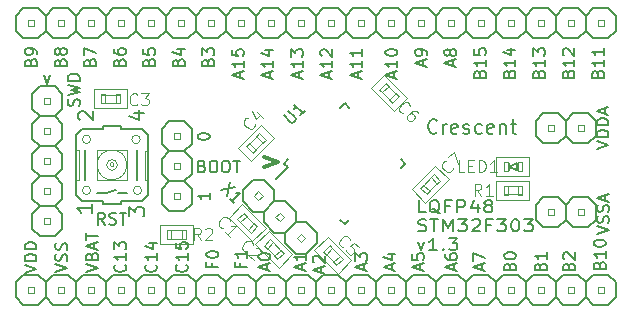
<source format=gto>
G04 #@! TF.FileFunction,Legend,Top*
%FSLAX46Y46*%
G04 Gerber Fmt 4.6, Leading zero omitted, Abs format (unit mm)*
G04 Created by KiCad (PCBNEW 4.0.1-stable) date 2017/01/22 22:06:15*
%MOMM*%
G01*
G04 APERTURE LIST*
%ADD10C,0.100000*%
%ADD11C,0.200000*%
%ADD12C,0.300000*%
%ADD13C,0.066040*%
%ADD14C,0.152400*%
%ADD15C,0.127000*%
%ADD16C,0.101600*%
%ADD17C,0.050800*%
%ADD18C,0.076200*%
%ADD19C,0.025400*%
%ADD20C,0.150000*%
G04 APERTURE END LIST*
D10*
D11*
X157571429Y-123828571D02*
X157514286Y-123885714D01*
X157342857Y-123942857D01*
X157228571Y-123942857D01*
X157057143Y-123885714D01*
X156942857Y-123771429D01*
X156885714Y-123657143D01*
X156828571Y-123428571D01*
X156828571Y-123257143D01*
X156885714Y-123028571D01*
X156942857Y-122914286D01*
X157057143Y-122800000D01*
X157228571Y-122742857D01*
X157342857Y-122742857D01*
X157514286Y-122800000D01*
X157571429Y-122857143D01*
X158085714Y-123942857D02*
X158085714Y-123142857D01*
X158085714Y-123371429D02*
X158142857Y-123257143D01*
X158200000Y-123200000D01*
X158314286Y-123142857D01*
X158428571Y-123142857D01*
X159285714Y-123885714D02*
X159171428Y-123942857D01*
X158942857Y-123942857D01*
X158828571Y-123885714D01*
X158771428Y-123771429D01*
X158771428Y-123314286D01*
X158828571Y-123200000D01*
X158942857Y-123142857D01*
X159171428Y-123142857D01*
X159285714Y-123200000D01*
X159342857Y-123314286D01*
X159342857Y-123428571D01*
X158771428Y-123542857D01*
X159799999Y-123885714D02*
X159914285Y-123942857D01*
X160142857Y-123942857D01*
X160257142Y-123885714D01*
X160314285Y-123771429D01*
X160314285Y-123714286D01*
X160257142Y-123600000D01*
X160142857Y-123542857D01*
X159971428Y-123542857D01*
X159857142Y-123485714D01*
X159799999Y-123371429D01*
X159799999Y-123314286D01*
X159857142Y-123200000D01*
X159971428Y-123142857D01*
X160142857Y-123142857D01*
X160257142Y-123200000D01*
X161342857Y-123885714D02*
X161228571Y-123942857D01*
X161000000Y-123942857D01*
X160885714Y-123885714D01*
X160828571Y-123828571D01*
X160771428Y-123714286D01*
X160771428Y-123371429D01*
X160828571Y-123257143D01*
X160885714Y-123200000D01*
X161000000Y-123142857D01*
X161228571Y-123142857D01*
X161342857Y-123200000D01*
X162314285Y-123885714D02*
X162199999Y-123942857D01*
X161971428Y-123942857D01*
X161857142Y-123885714D01*
X161799999Y-123771429D01*
X161799999Y-123314286D01*
X161857142Y-123200000D01*
X161971428Y-123142857D01*
X162199999Y-123142857D01*
X162314285Y-123200000D01*
X162371428Y-123314286D01*
X162371428Y-123428571D01*
X161799999Y-123542857D01*
X162885713Y-123142857D02*
X162885713Y-123942857D01*
X162885713Y-123257143D02*
X162942856Y-123200000D01*
X163057142Y-123142857D01*
X163228570Y-123142857D01*
X163342856Y-123200000D01*
X163399999Y-123314286D01*
X163399999Y-123942857D01*
X163799999Y-123142857D02*
X164257142Y-123142857D01*
X163971427Y-122742857D02*
X163971427Y-123771429D01*
X164028570Y-123885714D01*
X164142856Y-123942857D01*
X164257142Y-123942857D01*
X156607143Y-130602381D02*
X156035714Y-130602381D01*
X156035714Y-129602381D01*
X157807143Y-130697619D02*
X157692858Y-130650000D01*
X157578572Y-130554762D01*
X157407143Y-130411905D01*
X157292858Y-130364286D01*
X157178572Y-130364286D01*
X157235715Y-130602381D02*
X157121429Y-130554762D01*
X157007143Y-130459524D01*
X156950000Y-130269048D01*
X156950000Y-129935714D01*
X157007143Y-129745238D01*
X157121429Y-129650000D01*
X157235715Y-129602381D01*
X157464286Y-129602381D01*
X157578572Y-129650000D01*
X157692858Y-129745238D01*
X157750000Y-129935714D01*
X157750000Y-130269048D01*
X157692858Y-130459524D01*
X157578572Y-130554762D01*
X157464286Y-130602381D01*
X157235715Y-130602381D01*
X158664286Y-130078571D02*
X158264286Y-130078571D01*
X158264286Y-130602381D02*
X158264286Y-129602381D01*
X158835715Y-129602381D01*
X159292857Y-130602381D02*
X159292857Y-129602381D01*
X159750000Y-129602381D01*
X159864286Y-129650000D01*
X159921429Y-129697619D01*
X159978572Y-129792857D01*
X159978572Y-129935714D01*
X159921429Y-130030952D01*
X159864286Y-130078571D01*
X159750000Y-130126190D01*
X159292857Y-130126190D01*
X161007143Y-129935714D02*
X161007143Y-130602381D01*
X160721429Y-129554762D02*
X160435714Y-130269048D01*
X161178572Y-130269048D01*
X161807143Y-130030952D02*
X161692857Y-129983333D01*
X161635714Y-129935714D01*
X161578571Y-129840476D01*
X161578571Y-129792857D01*
X161635714Y-129697619D01*
X161692857Y-129650000D01*
X161807143Y-129602381D01*
X162035714Y-129602381D01*
X162150000Y-129650000D01*
X162207143Y-129697619D01*
X162264286Y-129792857D01*
X162264286Y-129840476D01*
X162207143Y-129935714D01*
X162150000Y-129983333D01*
X162035714Y-130030952D01*
X161807143Y-130030952D01*
X161692857Y-130078571D01*
X161635714Y-130126190D01*
X161578571Y-130221429D01*
X161578571Y-130411905D01*
X161635714Y-130507143D01*
X161692857Y-130554762D01*
X161807143Y-130602381D01*
X162035714Y-130602381D01*
X162150000Y-130554762D01*
X162207143Y-130507143D01*
X162264286Y-130411905D01*
X162264286Y-130221429D01*
X162207143Y-130126190D01*
X162150000Y-130078571D01*
X162035714Y-130030952D01*
X155978571Y-132154762D02*
X156150000Y-132202381D01*
X156435714Y-132202381D01*
X156550000Y-132154762D01*
X156607143Y-132107143D01*
X156664286Y-132011905D01*
X156664286Y-131916667D01*
X156607143Y-131821429D01*
X156550000Y-131773810D01*
X156435714Y-131726190D01*
X156207143Y-131678571D01*
X156092857Y-131630952D01*
X156035714Y-131583333D01*
X155978571Y-131488095D01*
X155978571Y-131392857D01*
X156035714Y-131297619D01*
X156092857Y-131250000D01*
X156207143Y-131202381D01*
X156492857Y-131202381D01*
X156664286Y-131250000D01*
X157007143Y-131202381D02*
X157692857Y-131202381D01*
X157350000Y-132202381D02*
X157350000Y-131202381D01*
X158092857Y-132202381D02*
X158092857Y-131202381D01*
X158492857Y-131916667D01*
X158892857Y-131202381D01*
X158892857Y-132202381D01*
X159350001Y-131202381D02*
X160092858Y-131202381D01*
X159692858Y-131583333D01*
X159864286Y-131583333D01*
X159978572Y-131630952D01*
X160035715Y-131678571D01*
X160092858Y-131773810D01*
X160092858Y-132011905D01*
X160035715Y-132107143D01*
X159978572Y-132154762D01*
X159864286Y-132202381D01*
X159521429Y-132202381D01*
X159407143Y-132154762D01*
X159350001Y-132107143D01*
X160550000Y-131297619D02*
X160607143Y-131250000D01*
X160721429Y-131202381D01*
X161007143Y-131202381D01*
X161121429Y-131250000D01*
X161178572Y-131297619D01*
X161235715Y-131392857D01*
X161235715Y-131488095D01*
X161178572Y-131630952D01*
X160492858Y-132202381D01*
X161235715Y-132202381D01*
X162150000Y-131678571D02*
X161750000Y-131678571D01*
X161750000Y-132202381D02*
X161750000Y-131202381D01*
X162321429Y-131202381D01*
X162664286Y-131202381D02*
X163407143Y-131202381D01*
X163007143Y-131583333D01*
X163178571Y-131583333D01*
X163292857Y-131630952D01*
X163350000Y-131678571D01*
X163407143Y-131773810D01*
X163407143Y-132011905D01*
X163350000Y-132107143D01*
X163292857Y-132154762D01*
X163178571Y-132202381D01*
X162835714Y-132202381D01*
X162721428Y-132154762D01*
X162664286Y-132107143D01*
X164150000Y-131202381D02*
X164264285Y-131202381D01*
X164378571Y-131250000D01*
X164435714Y-131297619D01*
X164492857Y-131392857D01*
X164550000Y-131583333D01*
X164550000Y-131821429D01*
X164492857Y-132011905D01*
X164435714Y-132107143D01*
X164378571Y-132154762D01*
X164264285Y-132202381D01*
X164150000Y-132202381D01*
X164035714Y-132154762D01*
X163978571Y-132107143D01*
X163921428Y-132011905D01*
X163864285Y-131821429D01*
X163864285Y-131583333D01*
X163921428Y-131392857D01*
X163978571Y-131297619D01*
X164035714Y-131250000D01*
X164150000Y-131202381D01*
X164950000Y-131202381D02*
X165692857Y-131202381D01*
X165292857Y-131583333D01*
X165464285Y-131583333D01*
X165578571Y-131630952D01*
X165635714Y-131678571D01*
X165692857Y-131773810D01*
X165692857Y-132011905D01*
X165635714Y-132107143D01*
X165578571Y-132154762D01*
X165464285Y-132202381D01*
X165121428Y-132202381D01*
X165007142Y-132154762D01*
X164950000Y-132107143D01*
X155921429Y-133135714D02*
X156207143Y-133802381D01*
X156492857Y-133135714D01*
X157578572Y-133802381D02*
X156892857Y-133802381D01*
X157235715Y-133802381D02*
X157235715Y-132802381D01*
X157121429Y-132945238D01*
X157007143Y-133040476D01*
X156892857Y-133088095D01*
X158092857Y-133707143D02*
X158150000Y-133754762D01*
X158092857Y-133802381D01*
X158035714Y-133754762D01*
X158092857Y-133707143D01*
X158092857Y-133802381D01*
X158550001Y-132802381D02*
X159292858Y-132802381D01*
X158892858Y-133183333D01*
X159064286Y-133183333D01*
X159178572Y-133230952D01*
X159235715Y-133278571D01*
X159292858Y-133373810D01*
X159292858Y-133611905D01*
X159235715Y-133707143D01*
X159178572Y-133754762D01*
X159064286Y-133802381D01*
X158721429Y-133802381D01*
X158607143Y-133754762D01*
X158550001Y-133707143D01*
X123178571Y-117904761D02*
X123226190Y-117761904D01*
X123273810Y-117714285D01*
X123369048Y-117666666D01*
X123511905Y-117666666D01*
X123607143Y-117714285D01*
X123654762Y-117761904D01*
X123702381Y-117857142D01*
X123702381Y-118238095D01*
X122702381Y-118238095D01*
X122702381Y-117904761D01*
X122750000Y-117809523D01*
X122797619Y-117761904D01*
X122892857Y-117714285D01*
X122988095Y-117714285D01*
X123083333Y-117761904D01*
X123130952Y-117809523D01*
X123178571Y-117904761D01*
X123178571Y-118238095D01*
X123702381Y-117190476D02*
X123702381Y-117000000D01*
X123654762Y-116904761D01*
X123607143Y-116857142D01*
X123464286Y-116761904D01*
X123273810Y-116714285D01*
X122892857Y-116714285D01*
X122797619Y-116761904D01*
X122750000Y-116809523D01*
X122702381Y-116904761D01*
X122702381Y-117095238D01*
X122750000Y-117190476D01*
X122797619Y-117238095D01*
X122892857Y-117285714D01*
X123130952Y-117285714D01*
X123226190Y-117238095D01*
X123273810Y-117190476D01*
X123321429Y-117095238D01*
X123321429Y-116904761D01*
X123273810Y-116809523D01*
X123226190Y-116761904D01*
X123130952Y-116714285D01*
X125678571Y-117904761D02*
X125726190Y-117761904D01*
X125773810Y-117714285D01*
X125869048Y-117666666D01*
X126011905Y-117666666D01*
X126107143Y-117714285D01*
X126154762Y-117761904D01*
X126202381Y-117857142D01*
X126202381Y-118238095D01*
X125202381Y-118238095D01*
X125202381Y-117904761D01*
X125250000Y-117809523D01*
X125297619Y-117761904D01*
X125392857Y-117714285D01*
X125488095Y-117714285D01*
X125583333Y-117761904D01*
X125630952Y-117809523D01*
X125678571Y-117904761D01*
X125678571Y-118238095D01*
X125630952Y-117095238D02*
X125583333Y-117190476D01*
X125535714Y-117238095D01*
X125440476Y-117285714D01*
X125392857Y-117285714D01*
X125297619Y-117238095D01*
X125250000Y-117190476D01*
X125202381Y-117095238D01*
X125202381Y-116904761D01*
X125250000Y-116809523D01*
X125297619Y-116761904D01*
X125392857Y-116714285D01*
X125440476Y-116714285D01*
X125535714Y-116761904D01*
X125583333Y-116809523D01*
X125630952Y-116904761D01*
X125630952Y-117095238D01*
X125678571Y-117190476D01*
X125726190Y-117238095D01*
X125821429Y-117285714D01*
X126011905Y-117285714D01*
X126107143Y-117238095D01*
X126154762Y-117190476D01*
X126202381Y-117095238D01*
X126202381Y-116904761D01*
X126154762Y-116809523D01*
X126107143Y-116761904D01*
X126011905Y-116714285D01*
X125821429Y-116714285D01*
X125726190Y-116761904D01*
X125678571Y-116809523D01*
X125630952Y-116904761D01*
X128178571Y-117904761D02*
X128226190Y-117761904D01*
X128273810Y-117714285D01*
X128369048Y-117666666D01*
X128511905Y-117666666D01*
X128607143Y-117714285D01*
X128654762Y-117761904D01*
X128702381Y-117857142D01*
X128702381Y-118238095D01*
X127702381Y-118238095D01*
X127702381Y-117904761D01*
X127750000Y-117809523D01*
X127797619Y-117761904D01*
X127892857Y-117714285D01*
X127988095Y-117714285D01*
X128083333Y-117761904D01*
X128130952Y-117809523D01*
X128178571Y-117904761D01*
X128178571Y-118238095D01*
X127702381Y-117333333D02*
X127702381Y-116666666D01*
X128702381Y-117095238D01*
X130678571Y-117904761D02*
X130726190Y-117761904D01*
X130773810Y-117714285D01*
X130869048Y-117666666D01*
X131011905Y-117666666D01*
X131107143Y-117714285D01*
X131154762Y-117761904D01*
X131202381Y-117857142D01*
X131202381Y-118238095D01*
X130202381Y-118238095D01*
X130202381Y-117904761D01*
X130250000Y-117809523D01*
X130297619Y-117761904D01*
X130392857Y-117714285D01*
X130488095Y-117714285D01*
X130583333Y-117761904D01*
X130630952Y-117809523D01*
X130678571Y-117904761D01*
X130678571Y-118238095D01*
X130202381Y-116809523D02*
X130202381Y-117000000D01*
X130250000Y-117095238D01*
X130297619Y-117142857D01*
X130440476Y-117238095D01*
X130630952Y-117285714D01*
X131011905Y-117285714D01*
X131107143Y-117238095D01*
X131154762Y-117190476D01*
X131202381Y-117095238D01*
X131202381Y-116904761D01*
X131154762Y-116809523D01*
X131107143Y-116761904D01*
X131011905Y-116714285D01*
X130773810Y-116714285D01*
X130678571Y-116761904D01*
X130630952Y-116809523D01*
X130583333Y-116904761D01*
X130583333Y-117095238D01*
X130630952Y-117190476D01*
X130678571Y-117238095D01*
X130773810Y-117285714D01*
X133178571Y-117904761D02*
X133226190Y-117761904D01*
X133273810Y-117714285D01*
X133369048Y-117666666D01*
X133511905Y-117666666D01*
X133607143Y-117714285D01*
X133654762Y-117761904D01*
X133702381Y-117857142D01*
X133702381Y-118238095D01*
X132702381Y-118238095D01*
X132702381Y-117904761D01*
X132750000Y-117809523D01*
X132797619Y-117761904D01*
X132892857Y-117714285D01*
X132988095Y-117714285D01*
X133083333Y-117761904D01*
X133130952Y-117809523D01*
X133178571Y-117904761D01*
X133178571Y-118238095D01*
X132702381Y-116761904D02*
X132702381Y-117238095D01*
X133178571Y-117285714D01*
X133130952Y-117238095D01*
X133083333Y-117142857D01*
X133083333Y-116904761D01*
X133130952Y-116809523D01*
X133178571Y-116761904D01*
X133273810Y-116714285D01*
X133511905Y-116714285D01*
X133607143Y-116761904D01*
X133654762Y-116809523D01*
X133702381Y-116904761D01*
X133702381Y-117142857D01*
X133654762Y-117238095D01*
X133607143Y-117285714D01*
X135678571Y-117904761D02*
X135726190Y-117761904D01*
X135773810Y-117714285D01*
X135869048Y-117666666D01*
X136011905Y-117666666D01*
X136107143Y-117714285D01*
X136154762Y-117761904D01*
X136202381Y-117857142D01*
X136202381Y-118238095D01*
X135202381Y-118238095D01*
X135202381Y-117904761D01*
X135250000Y-117809523D01*
X135297619Y-117761904D01*
X135392857Y-117714285D01*
X135488095Y-117714285D01*
X135583333Y-117761904D01*
X135630952Y-117809523D01*
X135678571Y-117904761D01*
X135678571Y-118238095D01*
X135535714Y-116809523D02*
X136202381Y-116809523D01*
X135154762Y-117047619D02*
X135869048Y-117285714D01*
X135869048Y-116666666D01*
X138178571Y-117904761D02*
X138226190Y-117761904D01*
X138273810Y-117714285D01*
X138369048Y-117666666D01*
X138511905Y-117666666D01*
X138607143Y-117714285D01*
X138654762Y-117761904D01*
X138702381Y-117857142D01*
X138702381Y-118238095D01*
X137702381Y-118238095D01*
X137702381Y-117904761D01*
X137750000Y-117809523D01*
X137797619Y-117761904D01*
X137892857Y-117714285D01*
X137988095Y-117714285D01*
X138083333Y-117761904D01*
X138130952Y-117809523D01*
X138178571Y-117904761D01*
X138178571Y-118238095D01*
X137702381Y-117333333D02*
X137702381Y-116714285D01*
X138083333Y-117047619D01*
X138083333Y-116904761D01*
X138130952Y-116809523D01*
X138178571Y-116761904D01*
X138273810Y-116714285D01*
X138511905Y-116714285D01*
X138607143Y-116761904D01*
X138654762Y-116809523D01*
X138702381Y-116904761D01*
X138702381Y-117190476D01*
X138654762Y-117285714D01*
X138607143Y-117333333D01*
X140916667Y-119190476D02*
X140916667Y-118714285D01*
X141202381Y-119285714D02*
X140202381Y-118952381D01*
X141202381Y-118619047D01*
X141202381Y-117761904D02*
X141202381Y-118333333D01*
X141202381Y-118047619D02*
X140202381Y-118047619D01*
X140345238Y-118142857D01*
X140440476Y-118238095D01*
X140488095Y-118333333D01*
X140202381Y-116857142D02*
X140202381Y-117333333D01*
X140678571Y-117380952D01*
X140630952Y-117333333D01*
X140583333Y-117238095D01*
X140583333Y-116999999D01*
X140630952Y-116904761D01*
X140678571Y-116857142D01*
X140773810Y-116809523D01*
X141011905Y-116809523D01*
X141107143Y-116857142D01*
X141154762Y-116904761D01*
X141202381Y-116999999D01*
X141202381Y-117238095D01*
X141154762Y-117333333D01*
X141107143Y-117380952D01*
X143416667Y-119190476D02*
X143416667Y-118714285D01*
X143702381Y-119285714D02*
X142702381Y-118952381D01*
X143702381Y-118619047D01*
X143702381Y-117761904D02*
X143702381Y-118333333D01*
X143702381Y-118047619D02*
X142702381Y-118047619D01*
X142845238Y-118142857D01*
X142940476Y-118238095D01*
X142988095Y-118333333D01*
X143035714Y-116904761D02*
X143702381Y-116904761D01*
X142654762Y-117142857D02*
X143369048Y-117380952D01*
X143369048Y-116761904D01*
X145916667Y-119190476D02*
X145916667Y-118714285D01*
X146202381Y-119285714D02*
X145202381Y-118952381D01*
X146202381Y-118619047D01*
X146202381Y-117761904D02*
X146202381Y-118333333D01*
X146202381Y-118047619D02*
X145202381Y-118047619D01*
X145345238Y-118142857D01*
X145440476Y-118238095D01*
X145488095Y-118333333D01*
X145202381Y-117428571D02*
X145202381Y-116809523D01*
X145583333Y-117142857D01*
X145583333Y-116999999D01*
X145630952Y-116904761D01*
X145678571Y-116857142D01*
X145773810Y-116809523D01*
X146011905Y-116809523D01*
X146107143Y-116857142D01*
X146154762Y-116904761D01*
X146202381Y-116999999D01*
X146202381Y-117285714D01*
X146154762Y-117380952D01*
X146107143Y-117428571D01*
X148416667Y-119190476D02*
X148416667Y-118714285D01*
X148702381Y-119285714D02*
X147702381Y-118952381D01*
X148702381Y-118619047D01*
X148702381Y-117761904D02*
X148702381Y-118333333D01*
X148702381Y-118047619D02*
X147702381Y-118047619D01*
X147845238Y-118142857D01*
X147940476Y-118238095D01*
X147988095Y-118333333D01*
X147797619Y-117380952D02*
X147750000Y-117333333D01*
X147702381Y-117238095D01*
X147702381Y-116999999D01*
X147750000Y-116904761D01*
X147797619Y-116857142D01*
X147892857Y-116809523D01*
X147988095Y-116809523D01*
X148130952Y-116857142D01*
X148702381Y-117428571D01*
X148702381Y-116809523D01*
X150916667Y-119190476D02*
X150916667Y-118714285D01*
X151202381Y-119285714D02*
X150202381Y-118952381D01*
X151202381Y-118619047D01*
X151202381Y-117761904D02*
X151202381Y-118333333D01*
X151202381Y-118047619D02*
X150202381Y-118047619D01*
X150345238Y-118142857D01*
X150440476Y-118238095D01*
X150488095Y-118333333D01*
X151202381Y-116809523D02*
X151202381Y-117380952D01*
X151202381Y-117095238D02*
X150202381Y-117095238D01*
X150345238Y-117190476D01*
X150440476Y-117285714D01*
X150488095Y-117380952D01*
X153916667Y-119190476D02*
X153916667Y-118714285D01*
X154202381Y-119285714D02*
X153202381Y-118952381D01*
X154202381Y-118619047D01*
X154202381Y-117761904D02*
X154202381Y-118333333D01*
X154202381Y-118047619D02*
X153202381Y-118047619D01*
X153345238Y-118142857D01*
X153440476Y-118238095D01*
X153488095Y-118333333D01*
X153202381Y-117142857D02*
X153202381Y-117047618D01*
X153250000Y-116952380D01*
X153297619Y-116904761D01*
X153392857Y-116857142D01*
X153583333Y-116809523D01*
X153821429Y-116809523D01*
X154011905Y-116857142D01*
X154107143Y-116904761D01*
X154154762Y-116952380D01*
X154202381Y-117047618D01*
X154202381Y-117142857D01*
X154154762Y-117238095D01*
X154107143Y-117285714D01*
X154011905Y-117333333D01*
X153821429Y-117380952D01*
X153583333Y-117380952D01*
X153392857Y-117333333D01*
X153297619Y-117285714D01*
X153250000Y-117238095D01*
X153202381Y-117142857D01*
X156416667Y-118214286D02*
X156416667Y-117738095D01*
X156702381Y-118309524D02*
X155702381Y-117976191D01*
X156702381Y-117642857D01*
X156702381Y-117261905D02*
X156702381Y-117071429D01*
X156654762Y-116976190D01*
X156607143Y-116928571D01*
X156464286Y-116833333D01*
X156273810Y-116785714D01*
X155892857Y-116785714D01*
X155797619Y-116833333D01*
X155750000Y-116880952D01*
X155702381Y-116976190D01*
X155702381Y-117166667D01*
X155750000Y-117261905D01*
X155797619Y-117309524D01*
X155892857Y-117357143D01*
X156130952Y-117357143D01*
X156226190Y-117309524D01*
X156273810Y-117261905D01*
X156321429Y-117166667D01*
X156321429Y-116976190D01*
X156273810Y-116880952D01*
X156226190Y-116833333D01*
X156130952Y-116785714D01*
X158916667Y-118214286D02*
X158916667Y-117738095D01*
X159202381Y-118309524D02*
X158202381Y-117976191D01*
X159202381Y-117642857D01*
X158630952Y-117166667D02*
X158583333Y-117261905D01*
X158535714Y-117309524D01*
X158440476Y-117357143D01*
X158392857Y-117357143D01*
X158297619Y-117309524D01*
X158250000Y-117261905D01*
X158202381Y-117166667D01*
X158202381Y-116976190D01*
X158250000Y-116880952D01*
X158297619Y-116833333D01*
X158392857Y-116785714D01*
X158440476Y-116785714D01*
X158535714Y-116833333D01*
X158583333Y-116880952D01*
X158630952Y-116976190D01*
X158630952Y-117166667D01*
X158678571Y-117261905D01*
X158726190Y-117309524D01*
X158821429Y-117357143D01*
X159011905Y-117357143D01*
X159107143Y-117309524D01*
X159154762Y-117261905D01*
X159202381Y-117166667D01*
X159202381Y-116976190D01*
X159154762Y-116880952D01*
X159107143Y-116833333D01*
X159011905Y-116785714D01*
X158821429Y-116785714D01*
X158726190Y-116833333D01*
X158678571Y-116880952D01*
X158630952Y-116976190D01*
X161178571Y-118880952D02*
X161226190Y-118738095D01*
X161273810Y-118690476D01*
X161369048Y-118642857D01*
X161511905Y-118642857D01*
X161607143Y-118690476D01*
X161654762Y-118738095D01*
X161702381Y-118833333D01*
X161702381Y-119214286D01*
X160702381Y-119214286D01*
X160702381Y-118880952D01*
X160750000Y-118785714D01*
X160797619Y-118738095D01*
X160892857Y-118690476D01*
X160988095Y-118690476D01*
X161083333Y-118738095D01*
X161130952Y-118785714D01*
X161178571Y-118880952D01*
X161178571Y-119214286D01*
X161702381Y-117690476D02*
X161702381Y-118261905D01*
X161702381Y-117976191D02*
X160702381Y-117976191D01*
X160845238Y-118071429D01*
X160940476Y-118166667D01*
X160988095Y-118261905D01*
X160702381Y-116785714D02*
X160702381Y-117261905D01*
X161178571Y-117309524D01*
X161130952Y-117261905D01*
X161083333Y-117166667D01*
X161083333Y-116928571D01*
X161130952Y-116833333D01*
X161178571Y-116785714D01*
X161273810Y-116738095D01*
X161511905Y-116738095D01*
X161607143Y-116785714D01*
X161654762Y-116833333D01*
X161702381Y-116928571D01*
X161702381Y-117166667D01*
X161654762Y-117261905D01*
X161607143Y-117309524D01*
X163678571Y-118880952D02*
X163726190Y-118738095D01*
X163773810Y-118690476D01*
X163869048Y-118642857D01*
X164011905Y-118642857D01*
X164107143Y-118690476D01*
X164154762Y-118738095D01*
X164202381Y-118833333D01*
X164202381Y-119214286D01*
X163202381Y-119214286D01*
X163202381Y-118880952D01*
X163250000Y-118785714D01*
X163297619Y-118738095D01*
X163392857Y-118690476D01*
X163488095Y-118690476D01*
X163583333Y-118738095D01*
X163630952Y-118785714D01*
X163678571Y-118880952D01*
X163678571Y-119214286D01*
X164202381Y-117690476D02*
X164202381Y-118261905D01*
X164202381Y-117976191D02*
X163202381Y-117976191D01*
X163345238Y-118071429D01*
X163440476Y-118166667D01*
X163488095Y-118261905D01*
X163535714Y-116833333D02*
X164202381Y-116833333D01*
X163154762Y-117071429D02*
X163869048Y-117309524D01*
X163869048Y-116690476D01*
X166178571Y-118880952D02*
X166226190Y-118738095D01*
X166273810Y-118690476D01*
X166369048Y-118642857D01*
X166511905Y-118642857D01*
X166607143Y-118690476D01*
X166654762Y-118738095D01*
X166702381Y-118833333D01*
X166702381Y-119214286D01*
X165702381Y-119214286D01*
X165702381Y-118880952D01*
X165750000Y-118785714D01*
X165797619Y-118738095D01*
X165892857Y-118690476D01*
X165988095Y-118690476D01*
X166083333Y-118738095D01*
X166130952Y-118785714D01*
X166178571Y-118880952D01*
X166178571Y-119214286D01*
X166702381Y-117690476D02*
X166702381Y-118261905D01*
X166702381Y-117976191D02*
X165702381Y-117976191D01*
X165845238Y-118071429D01*
X165940476Y-118166667D01*
X165988095Y-118261905D01*
X165702381Y-117357143D02*
X165702381Y-116738095D01*
X166083333Y-117071429D01*
X166083333Y-116928571D01*
X166130952Y-116833333D01*
X166178571Y-116785714D01*
X166273810Y-116738095D01*
X166511905Y-116738095D01*
X166607143Y-116785714D01*
X166654762Y-116833333D01*
X166702381Y-116928571D01*
X166702381Y-117214286D01*
X166654762Y-117309524D01*
X166607143Y-117357143D01*
X168678571Y-118880952D02*
X168726190Y-118738095D01*
X168773810Y-118690476D01*
X168869048Y-118642857D01*
X169011905Y-118642857D01*
X169107143Y-118690476D01*
X169154762Y-118738095D01*
X169202381Y-118833333D01*
X169202381Y-119214286D01*
X168202381Y-119214286D01*
X168202381Y-118880952D01*
X168250000Y-118785714D01*
X168297619Y-118738095D01*
X168392857Y-118690476D01*
X168488095Y-118690476D01*
X168583333Y-118738095D01*
X168630952Y-118785714D01*
X168678571Y-118880952D01*
X168678571Y-119214286D01*
X169202381Y-117690476D02*
X169202381Y-118261905D01*
X169202381Y-117976191D02*
X168202381Y-117976191D01*
X168345238Y-118071429D01*
X168440476Y-118166667D01*
X168488095Y-118261905D01*
X168297619Y-117309524D02*
X168250000Y-117261905D01*
X168202381Y-117166667D01*
X168202381Y-116928571D01*
X168250000Y-116833333D01*
X168297619Y-116785714D01*
X168392857Y-116738095D01*
X168488095Y-116738095D01*
X168630952Y-116785714D01*
X169202381Y-117357143D01*
X169202381Y-116738095D01*
X171178571Y-118880952D02*
X171226190Y-118738095D01*
X171273810Y-118690476D01*
X171369048Y-118642857D01*
X171511905Y-118642857D01*
X171607143Y-118690476D01*
X171654762Y-118738095D01*
X171702381Y-118833333D01*
X171702381Y-119214286D01*
X170702381Y-119214286D01*
X170702381Y-118880952D01*
X170750000Y-118785714D01*
X170797619Y-118738095D01*
X170892857Y-118690476D01*
X170988095Y-118690476D01*
X171083333Y-118738095D01*
X171130952Y-118785714D01*
X171178571Y-118880952D01*
X171178571Y-119214286D01*
X171702381Y-117690476D02*
X171702381Y-118261905D01*
X171702381Y-117976191D02*
X170702381Y-117976191D01*
X170845238Y-118071429D01*
X170940476Y-118166667D01*
X170988095Y-118261905D01*
X171702381Y-116738095D02*
X171702381Y-117309524D01*
X171702381Y-117023810D02*
X170702381Y-117023810D01*
X170845238Y-117119048D01*
X170940476Y-117214286D01*
X170988095Y-117309524D01*
X171328571Y-135080952D02*
X171376190Y-134938095D01*
X171423810Y-134890476D01*
X171519048Y-134842857D01*
X171661905Y-134842857D01*
X171757143Y-134890476D01*
X171804762Y-134938095D01*
X171852381Y-135033333D01*
X171852381Y-135414286D01*
X170852381Y-135414286D01*
X170852381Y-135080952D01*
X170900000Y-134985714D01*
X170947619Y-134938095D01*
X171042857Y-134890476D01*
X171138095Y-134890476D01*
X171233333Y-134938095D01*
X171280952Y-134985714D01*
X171328571Y-135080952D01*
X171328571Y-135414286D01*
X171852381Y-133890476D02*
X171852381Y-134461905D01*
X171852381Y-134176191D02*
X170852381Y-134176191D01*
X170995238Y-134271429D01*
X171090476Y-134366667D01*
X171138095Y-134461905D01*
X170852381Y-133271429D02*
X170852381Y-133176190D01*
X170900000Y-133080952D01*
X170947619Y-133033333D01*
X171042857Y-132985714D01*
X171233333Y-132938095D01*
X171471429Y-132938095D01*
X171661905Y-132985714D01*
X171757143Y-133033333D01*
X171804762Y-133080952D01*
X171852381Y-133176190D01*
X171852381Y-133271429D01*
X171804762Y-133366667D01*
X171757143Y-133414286D01*
X171661905Y-133461905D01*
X171471429Y-133509524D01*
X171233333Y-133509524D01*
X171042857Y-133461905D01*
X170947619Y-133414286D01*
X170900000Y-133366667D01*
X170852381Y-133271429D01*
X168728571Y-135204761D02*
X168776190Y-135061904D01*
X168823810Y-135014285D01*
X168919048Y-134966666D01*
X169061905Y-134966666D01*
X169157143Y-135014285D01*
X169204762Y-135061904D01*
X169252381Y-135157142D01*
X169252381Y-135538095D01*
X168252381Y-135538095D01*
X168252381Y-135204761D01*
X168300000Y-135109523D01*
X168347619Y-135061904D01*
X168442857Y-135014285D01*
X168538095Y-135014285D01*
X168633333Y-135061904D01*
X168680952Y-135109523D01*
X168728571Y-135204761D01*
X168728571Y-135538095D01*
X168347619Y-134585714D02*
X168300000Y-134538095D01*
X168252381Y-134442857D01*
X168252381Y-134204761D01*
X168300000Y-134109523D01*
X168347619Y-134061904D01*
X168442857Y-134014285D01*
X168538095Y-134014285D01*
X168680952Y-134061904D01*
X169252381Y-134633333D01*
X169252381Y-134014285D01*
X166328571Y-135204761D02*
X166376190Y-135061904D01*
X166423810Y-135014285D01*
X166519048Y-134966666D01*
X166661905Y-134966666D01*
X166757143Y-135014285D01*
X166804762Y-135061904D01*
X166852381Y-135157142D01*
X166852381Y-135538095D01*
X165852381Y-135538095D01*
X165852381Y-135204761D01*
X165900000Y-135109523D01*
X165947619Y-135061904D01*
X166042857Y-135014285D01*
X166138095Y-135014285D01*
X166233333Y-135061904D01*
X166280952Y-135109523D01*
X166328571Y-135204761D01*
X166328571Y-135538095D01*
X166852381Y-134014285D02*
X166852381Y-134585714D01*
X166852381Y-134300000D02*
X165852381Y-134300000D01*
X165995238Y-134395238D01*
X166090476Y-134490476D01*
X166138095Y-134585714D01*
X163728571Y-135204761D02*
X163776190Y-135061904D01*
X163823810Y-135014285D01*
X163919048Y-134966666D01*
X164061905Y-134966666D01*
X164157143Y-135014285D01*
X164204762Y-135061904D01*
X164252381Y-135157142D01*
X164252381Y-135538095D01*
X163252381Y-135538095D01*
X163252381Y-135204761D01*
X163300000Y-135109523D01*
X163347619Y-135061904D01*
X163442857Y-135014285D01*
X163538095Y-135014285D01*
X163633333Y-135061904D01*
X163680952Y-135109523D01*
X163728571Y-135204761D01*
X163728571Y-135538095D01*
X163252381Y-134347619D02*
X163252381Y-134252380D01*
X163300000Y-134157142D01*
X163347619Y-134109523D01*
X163442857Y-134061904D01*
X163633333Y-134014285D01*
X163871429Y-134014285D01*
X164061905Y-134061904D01*
X164157143Y-134109523D01*
X164204762Y-134157142D01*
X164252381Y-134252380D01*
X164252381Y-134347619D01*
X164204762Y-134442857D01*
X164157143Y-134490476D01*
X164061905Y-134538095D01*
X163871429Y-134585714D01*
X163633333Y-134585714D01*
X163442857Y-134538095D01*
X163347619Y-134490476D01*
X163300000Y-134442857D01*
X163252381Y-134347619D01*
X161366667Y-135514286D02*
X161366667Y-135038095D01*
X161652381Y-135609524D02*
X160652381Y-135276191D01*
X161652381Y-134942857D01*
X160652381Y-134704762D02*
X160652381Y-134038095D01*
X161652381Y-134466667D01*
X158966667Y-135514286D02*
X158966667Y-135038095D01*
X159252381Y-135609524D02*
X158252381Y-135276191D01*
X159252381Y-134942857D01*
X158252381Y-134180952D02*
X158252381Y-134371429D01*
X158300000Y-134466667D01*
X158347619Y-134514286D01*
X158490476Y-134609524D01*
X158680952Y-134657143D01*
X159061905Y-134657143D01*
X159157143Y-134609524D01*
X159204762Y-134561905D01*
X159252381Y-134466667D01*
X159252381Y-134276190D01*
X159204762Y-134180952D01*
X159157143Y-134133333D01*
X159061905Y-134085714D01*
X158823810Y-134085714D01*
X158728571Y-134133333D01*
X158680952Y-134180952D01*
X158633333Y-134276190D01*
X158633333Y-134466667D01*
X158680952Y-134561905D01*
X158728571Y-134609524D01*
X158823810Y-134657143D01*
X156166667Y-135514286D02*
X156166667Y-135038095D01*
X156452381Y-135609524D02*
X155452381Y-135276191D01*
X156452381Y-134942857D01*
X155452381Y-134133333D02*
X155452381Y-134609524D01*
X155928571Y-134657143D01*
X155880952Y-134609524D01*
X155833333Y-134514286D01*
X155833333Y-134276190D01*
X155880952Y-134180952D01*
X155928571Y-134133333D01*
X156023810Y-134085714D01*
X156261905Y-134085714D01*
X156357143Y-134133333D01*
X156404762Y-134180952D01*
X156452381Y-134276190D01*
X156452381Y-134514286D01*
X156404762Y-134609524D01*
X156357143Y-134657143D01*
X153766667Y-135514286D02*
X153766667Y-135038095D01*
X154052381Y-135609524D02*
X153052381Y-135276191D01*
X154052381Y-134942857D01*
X153385714Y-134180952D02*
X154052381Y-134180952D01*
X153004762Y-134419048D02*
X153719048Y-134657143D01*
X153719048Y-134038095D01*
X151366667Y-135514286D02*
X151366667Y-135038095D01*
X151652381Y-135609524D02*
X150652381Y-135276191D01*
X151652381Y-134942857D01*
X150652381Y-134704762D02*
X150652381Y-134085714D01*
X151033333Y-134419048D01*
X151033333Y-134276190D01*
X151080952Y-134180952D01*
X151128571Y-134133333D01*
X151223810Y-134085714D01*
X151461905Y-134085714D01*
X151557143Y-134133333D01*
X151604762Y-134180952D01*
X151652381Y-134276190D01*
X151652381Y-134561905D01*
X151604762Y-134657143D01*
X151557143Y-134704762D01*
X147766667Y-135714286D02*
X147766667Y-135238095D01*
X148052381Y-135809524D02*
X147052381Y-135476191D01*
X148052381Y-135142857D01*
X147147619Y-134857143D02*
X147100000Y-134809524D01*
X147052381Y-134714286D01*
X147052381Y-134476190D01*
X147100000Y-134380952D01*
X147147619Y-134333333D01*
X147242857Y-134285714D01*
X147338095Y-134285714D01*
X147480952Y-134333333D01*
X148052381Y-134904762D01*
X148052381Y-134285714D01*
X146166667Y-135514286D02*
X146166667Y-135038095D01*
X146452381Y-135609524D02*
X145452381Y-135276191D01*
X146452381Y-134942857D01*
X146452381Y-134085714D02*
X146452381Y-134657143D01*
X146452381Y-134371429D02*
X145452381Y-134371429D01*
X145595238Y-134466667D01*
X145690476Y-134561905D01*
X145738095Y-134657143D01*
X143166667Y-135514286D02*
X143166667Y-135038095D01*
X143452381Y-135609524D02*
X142452381Y-135276191D01*
X143452381Y-134942857D01*
X142452381Y-134419048D02*
X142452381Y-134323809D01*
X142500000Y-134228571D01*
X142547619Y-134180952D01*
X142642857Y-134133333D01*
X142833333Y-134085714D01*
X143071429Y-134085714D01*
X143261905Y-134133333D01*
X143357143Y-134180952D01*
X143404762Y-134228571D01*
X143452381Y-134323809D01*
X143452381Y-134419048D01*
X143404762Y-134514286D01*
X143357143Y-134561905D01*
X143261905Y-134609524D01*
X143071429Y-134657143D01*
X142833333Y-134657143D01*
X142642857Y-134609524D01*
X142547619Y-134561905D01*
X142500000Y-134514286D01*
X142452381Y-134419048D01*
X140928571Y-134933333D02*
X140928571Y-135266667D01*
X141452381Y-135266667D02*
X140452381Y-135266667D01*
X140452381Y-134790476D01*
X141452381Y-133885714D02*
X141452381Y-134457143D01*
X141452381Y-134171429D02*
X140452381Y-134171429D01*
X140595238Y-134266667D01*
X140690476Y-134361905D01*
X140738095Y-134457143D01*
X138528571Y-134933333D02*
X138528571Y-135266667D01*
X139052381Y-135266667D02*
X138052381Y-135266667D01*
X138052381Y-134790476D01*
X138052381Y-134219048D02*
X138052381Y-134123809D01*
X138100000Y-134028571D01*
X138147619Y-133980952D01*
X138242857Y-133933333D01*
X138433333Y-133885714D01*
X138671429Y-133885714D01*
X138861905Y-133933333D01*
X138957143Y-133980952D01*
X139004762Y-134028571D01*
X139052381Y-134123809D01*
X139052381Y-134219048D01*
X139004762Y-134314286D01*
X138957143Y-134361905D01*
X138861905Y-134409524D01*
X138671429Y-134457143D01*
X138433333Y-134457143D01*
X138242857Y-134409524D01*
X138147619Y-134361905D01*
X138100000Y-134314286D01*
X138052381Y-134219048D01*
X136357143Y-135042857D02*
X136404762Y-135090476D01*
X136452381Y-135233333D01*
X136452381Y-135328571D01*
X136404762Y-135471429D01*
X136309524Y-135566667D01*
X136214286Y-135614286D01*
X136023810Y-135661905D01*
X135880952Y-135661905D01*
X135690476Y-135614286D01*
X135595238Y-135566667D01*
X135500000Y-135471429D01*
X135452381Y-135328571D01*
X135452381Y-135233333D01*
X135500000Y-135090476D01*
X135547619Y-135042857D01*
X136452381Y-134090476D02*
X136452381Y-134661905D01*
X136452381Y-134376191D02*
X135452381Y-134376191D01*
X135595238Y-134471429D01*
X135690476Y-134566667D01*
X135738095Y-134661905D01*
X135452381Y-133185714D02*
X135452381Y-133661905D01*
X135928571Y-133709524D01*
X135880952Y-133661905D01*
X135833333Y-133566667D01*
X135833333Y-133328571D01*
X135880952Y-133233333D01*
X135928571Y-133185714D01*
X136023810Y-133138095D01*
X136261905Y-133138095D01*
X136357143Y-133185714D01*
X136404762Y-133233333D01*
X136452381Y-133328571D01*
X136452381Y-133566667D01*
X136404762Y-133661905D01*
X136357143Y-133709524D01*
X133757143Y-135042857D02*
X133804762Y-135090476D01*
X133852381Y-135233333D01*
X133852381Y-135328571D01*
X133804762Y-135471429D01*
X133709524Y-135566667D01*
X133614286Y-135614286D01*
X133423810Y-135661905D01*
X133280952Y-135661905D01*
X133090476Y-135614286D01*
X132995238Y-135566667D01*
X132900000Y-135471429D01*
X132852381Y-135328571D01*
X132852381Y-135233333D01*
X132900000Y-135090476D01*
X132947619Y-135042857D01*
X133852381Y-134090476D02*
X133852381Y-134661905D01*
X133852381Y-134376191D02*
X132852381Y-134376191D01*
X132995238Y-134471429D01*
X133090476Y-134566667D01*
X133138095Y-134661905D01*
X133185714Y-133233333D02*
X133852381Y-133233333D01*
X132804762Y-133471429D02*
X133519048Y-133709524D01*
X133519048Y-133090476D01*
X171082381Y-125231905D02*
X172082381Y-124898572D01*
X171082381Y-124565238D01*
X172082381Y-124231905D02*
X171082381Y-124231905D01*
X171082381Y-123993810D01*
X171130000Y-123850952D01*
X171225238Y-123755714D01*
X171320476Y-123708095D01*
X171510952Y-123660476D01*
X171653810Y-123660476D01*
X171844286Y-123708095D01*
X171939524Y-123755714D01*
X172034762Y-123850952D01*
X172082381Y-123993810D01*
X172082381Y-124231905D01*
X172082381Y-123231905D02*
X171082381Y-123231905D01*
X171082381Y-122993810D01*
X171130000Y-122850952D01*
X171225238Y-122755714D01*
X171320476Y-122708095D01*
X171510952Y-122660476D01*
X171653810Y-122660476D01*
X171844286Y-122708095D01*
X171939524Y-122755714D01*
X172034762Y-122850952D01*
X172082381Y-122993810D01*
X172082381Y-123231905D01*
X171796667Y-122279524D02*
X171796667Y-121803333D01*
X172082381Y-122374762D02*
X171082381Y-122041429D01*
X172082381Y-121708095D01*
X171112381Y-132474286D02*
X172112381Y-132140953D01*
X171112381Y-131807619D01*
X172064762Y-131521905D02*
X172112381Y-131379048D01*
X172112381Y-131140952D01*
X172064762Y-131045714D01*
X172017143Y-130998095D01*
X171921905Y-130950476D01*
X171826667Y-130950476D01*
X171731429Y-130998095D01*
X171683810Y-131045714D01*
X171636190Y-131140952D01*
X171588571Y-131331429D01*
X171540952Y-131426667D01*
X171493333Y-131474286D01*
X171398095Y-131521905D01*
X171302857Y-131521905D01*
X171207619Y-131474286D01*
X171160000Y-131426667D01*
X171112381Y-131331429D01*
X171112381Y-131093333D01*
X171160000Y-130950476D01*
X172064762Y-130569524D02*
X172112381Y-130426667D01*
X172112381Y-130188571D01*
X172064762Y-130093333D01*
X172017143Y-130045714D01*
X171921905Y-129998095D01*
X171826667Y-129998095D01*
X171731429Y-130045714D01*
X171683810Y-130093333D01*
X171636190Y-130188571D01*
X171588571Y-130379048D01*
X171540952Y-130474286D01*
X171493333Y-130521905D01*
X171398095Y-130569524D01*
X171302857Y-130569524D01*
X171207619Y-130521905D01*
X171160000Y-130474286D01*
X171112381Y-130379048D01*
X171112381Y-130140952D01*
X171160000Y-129998095D01*
X171826667Y-129617143D02*
X171826667Y-129140952D01*
X172112381Y-129712381D02*
X171112381Y-129379048D01*
X172112381Y-129045714D01*
X137692858Y-126708571D02*
X137835715Y-126756190D01*
X137883334Y-126803810D01*
X137930953Y-126899048D01*
X137930953Y-127041905D01*
X137883334Y-127137143D01*
X137835715Y-127184762D01*
X137740477Y-127232381D01*
X137359524Y-127232381D01*
X137359524Y-126232381D01*
X137692858Y-126232381D01*
X137788096Y-126280000D01*
X137835715Y-126327619D01*
X137883334Y-126422857D01*
X137883334Y-126518095D01*
X137835715Y-126613333D01*
X137788096Y-126660952D01*
X137692858Y-126708571D01*
X137359524Y-126708571D01*
X138550000Y-126232381D02*
X138740477Y-126232381D01*
X138835715Y-126280000D01*
X138930953Y-126375238D01*
X138978572Y-126565714D01*
X138978572Y-126899048D01*
X138930953Y-127089524D01*
X138835715Y-127184762D01*
X138740477Y-127232381D01*
X138550000Y-127232381D01*
X138454762Y-127184762D01*
X138359524Y-127089524D01*
X138311905Y-126899048D01*
X138311905Y-126565714D01*
X138359524Y-126375238D01*
X138454762Y-126280000D01*
X138550000Y-126232381D01*
X139597619Y-126232381D02*
X139788096Y-126232381D01*
X139883334Y-126280000D01*
X139978572Y-126375238D01*
X140026191Y-126565714D01*
X140026191Y-126899048D01*
X139978572Y-127089524D01*
X139883334Y-127184762D01*
X139788096Y-127232381D01*
X139597619Y-127232381D01*
X139502381Y-127184762D01*
X139407143Y-127089524D01*
X139359524Y-126899048D01*
X139359524Y-126565714D01*
X139407143Y-126375238D01*
X139502381Y-126280000D01*
X139597619Y-126232381D01*
X140311905Y-126232381D02*
X140883334Y-126232381D01*
X140597619Y-127232381D02*
X140597619Y-126232381D01*
X137312381Y-124247619D02*
X137312381Y-124152380D01*
X137360000Y-124057142D01*
X137407619Y-124009523D01*
X137502857Y-123961904D01*
X137693333Y-123914285D01*
X137931429Y-123914285D01*
X138121905Y-123961904D01*
X138217143Y-124009523D01*
X138264762Y-124057142D01*
X138312381Y-124152380D01*
X138312381Y-124247619D01*
X138264762Y-124342857D01*
X138217143Y-124390476D01*
X138121905Y-124438095D01*
X137931429Y-124485714D01*
X137693333Y-124485714D01*
X137502857Y-124438095D01*
X137407619Y-124390476D01*
X137360000Y-124342857D01*
X137312381Y-124247619D01*
X129452381Y-131652381D02*
X129119047Y-131176190D01*
X128880952Y-131652381D02*
X128880952Y-130652381D01*
X129261905Y-130652381D01*
X129357143Y-130700000D01*
X129404762Y-130747619D01*
X129452381Y-130842857D01*
X129452381Y-130985714D01*
X129404762Y-131080952D01*
X129357143Y-131128571D01*
X129261905Y-131176190D01*
X128880952Y-131176190D01*
X129833333Y-131604762D02*
X129976190Y-131652381D01*
X130214286Y-131652381D01*
X130309524Y-131604762D01*
X130357143Y-131557143D01*
X130404762Y-131461905D01*
X130404762Y-131366667D01*
X130357143Y-131271429D01*
X130309524Y-131223810D01*
X130214286Y-131176190D01*
X130023809Y-131128571D01*
X129928571Y-131080952D01*
X129880952Y-131033333D01*
X129833333Y-130938095D01*
X129833333Y-130842857D01*
X129880952Y-130747619D01*
X129928571Y-130700000D01*
X130023809Y-130652381D01*
X130261905Y-130652381D01*
X130404762Y-130700000D01*
X130690476Y-130652381D02*
X131261905Y-130652381D01*
X130976190Y-131652381D02*
X130976190Y-130652381D01*
X127254762Y-121597143D02*
X127302381Y-121454286D01*
X127302381Y-121216190D01*
X127254762Y-121120952D01*
X127207143Y-121073333D01*
X127111905Y-121025714D01*
X127016667Y-121025714D01*
X126921429Y-121073333D01*
X126873810Y-121120952D01*
X126826190Y-121216190D01*
X126778571Y-121406667D01*
X126730952Y-121501905D01*
X126683333Y-121549524D01*
X126588095Y-121597143D01*
X126492857Y-121597143D01*
X126397619Y-121549524D01*
X126350000Y-121501905D01*
X126302381Y-121406667D01*
X126302381Y-121168571D01*
X126350000Y-121025714D01*
X126302381Y-120692381D02*
X127302381Y-120454286D01*
X126588095Y-120263809D01*
X127302381Y-120073333D01*
X126302381Y-119835238D01*
X127302381Y-119454286D02*
X126302381Y-119454286D01*
X126302381Y-119216191D01*
X126350000Y-119073333D01*
X126445238Y-118978095D01*
X126540476Y-118930476D01*
X126730952Y-118882857D01*
X126873810Y-118882857D01*
X127064286Y-118930476D01*
X127159524Y-118978095D01*
X127254762Y-119073333D01*
X127302381Y-119216191D01*
X127302381Y-119454286D01*
X124824286Y-118979048D02*
X124538571Y-119740953D01*
X124252857Y-118979048D01*
X138342381Y-128954285D02*
X138342381Y-129525714D01*
X138342381Y-129240000D02*
X137342381Y-129240000D01*
X137485238Y-129335238D01*
X137580476Y-129430476D01*
X137628095Y-129525714D01*
X131157143Y-135042857D02*
X131204762Y-135090476D01*
X131252381Y-135233333D01*
X131252381Y-135328571D01*
X131204762Y-135471429D01*
X131109524Y-135566667D01*
X131014286Y-135614286D01*
X130823810Y-135661905D01*
X130680952Y-135661905D01*
X130490476Y-135614286D01*
X130395238Y-135566667D01*
X130300000Y-135471429D01*
X130252381Y-135328571D01*
X130252381Y-135233333D01*
X130300000Y-135090476D01*
X130347619Y-135042857D01*
X131252381Y-134090476D02*
X131252381Y-134661905D01*
X131252381Y-134376191D02*
X130252381Y-134376191D01*
X130395238Y-134471429D01*
X130490476Y-134566667D01*
X130538095Y-134661905D01*
X130252381Y-133757143D02*
X130252381Y-133138095D01*
X130633333Y-133471429D01*
X130633333Y-133328571D01*
X130680952Y-133233333D01*
X130728571Y-133185714D01*
X130823810Y-133138095D01*
X131061905Y-133138095D01*
X131157143Y-133185714D01*
X131204762Y-133233333D01*
X131252381Y-133328571D01*
X131252381Y-133614286D01*
X131204762Y-133709524D01*
X131157143Y-133757143D01*
X127852381Y-135642857D02*
X128852381Y-135309524D01*
X127852381Y-134976190D01*
X128328571Y-134309523D02*
X128376190Y-134166666D01*
X128423810Y-134119047D01*
X128519048Y-134071428D01*
X128661905Y-134071428D01*
X128757143Y-134119047D01*
X128804762Y-134166666D01*
X128852381Y-134261904D01*
X128852381Y-134642857D01*
X127852381Y-134642857D01*
X127852381Y-134309523D01*
X127900000Y-134214285D01*
X127947619Y-134166666D01*
X128042857Y-134119047D01*
X128138095Y-134119047D01*
X128233333Y-134166666D01*
X128280952Y-134214285D01*
X128328571Y-134309523D01*
X128328571Y-134642857D01*
X128566667Y-133690476D02*
X128566667Y-133214285D01*
X128852381Y-133785714D02*
X127852381Y-133452381D01*
X128852381Y-133119047D01*
X127852381Y-132928571D02*
X127852381Y-132357142D01*
X128852381Y-132642857D02*
X127852381Y-132642857D01*
X125252381Y-135685714D02*
X126252381Y-135352381D01*
X125252381Y-135019047D01*
X126204762Y-134733333D02*
X126252381Y-134590476D01*
X126252381Y-134352380D01*
X126204762Y-134257142D01*
X126157143Y-134209523D01*
X126061905Y-134161904D01*
X125966667Y-134161904D01*
X125871429Y-134209523D01*
X125823810Y-134257142D01*
X125776190Y-134352380D01*
X125728571Y-134542857D01*
X125680952Y-134638095D01*
X125633333Y-134685714D01*
X125538095Y-134733333D01*
X125442857Y-134733333D01*
X125347619Y-134685714D01*
X125300000Y-134638095D01*
X125252381Y-134542857D01*
X125252381Y-134304761D01*
X125300000Y-134161904D01*
X126204762Y-133780952D02*
X126252381Y-133638095D01*
X126252381Y-133399999D01*
X126204762Y-133304761D01*
X126157143Y-133257142D01*
X126061905Y-133209523D01*
X125966667Y-133209523D01*
X125871429Y-133257142D01*
X125823810Y-133304761D01*
X125776190Y-133399999D01*
X125728571Y-133590476D01*
X125680952Y-133685714D01*
X125633333Y-133733333D01*
X125538095Y-133780952D01*
X125442857Y-133780952D01*
X125347619Y-133733333D01*
X125300000Y-133685714D01*
X125252381Y-133590476D01*
X125252381Y-133352380D01*
X125300000Y-133209523D01*
X122652381Y-135733333D02*
X123652381Y-135400000D01*
X122652381Y-135066666D01*
X123652381Y-134733333D02*
X122652381Y-134733333D01*
X122652381Y-134495238D01*
X122700000Y-134352380D01*
X122795238Y-134257142D01*
X122890476Y-134209523D01*
X123080952Y-134161904D01*
X123223810Y-134161904D01*
X123414286Y-134209523D01*
X123509524Y-134257142D01*
X123604762Y-134352380D01*
X123652381Y-134495238D01*
X123652381Y-134733333D01*
X123652381Y-133733333D02*
X122652381Y-133733333D01*
X122652381Y-133495238D01*
X122700000Y-133352380D01*
X122795238Y-133257142D01*
X122890476Y-133209523D01*
X123080952Y-133161904D01*
X123223810Y-133161904D01*
X123414286Y-133209523D01*
X123509524Y-133257142D01*
X123604762Y-133352380D01*
X123652381Y-133495238D01*
X123652381Y-133733333D01*
D12*
X142928572Y-125928571D02*
X144071429Y-126357143D01*
X142928572Y-126785714D01*
D13*
X168656000Y-137414000D02*
X169164000Y-137414000D01*
X169164000Y-137414000D02*
X169164000Y-136906000D01*
X168656000Y-136906000D02*
X169164000Y-136906000D01*
X168656000Y-137414000D02*
X168656000Y-136906000D01*
X166116000Y-137414000D02*
X166624000Y-137414000D01*
X166624000Y-137414000D02*
X166624000Y-136906000D01*
X166116000Y-136906000D02*
X166624000Y-136906000D01*
X166116000Y-137414000D02*
X166116000Y-136906000D01*
X163576000Y-137414000D02*
X164084000Y-137414000D01*
X164084000Y-137414000D02*
X164084000Y-136906000D01*
X163576000Y-136906000D02*
X164084000Y-136906000D01*
X163576000Y-137414000D02*
X163576000Y-136906000D01*
X161036000Y-137414000D02*
X161544000Y-137414000D01*
X161544000Y-137414000D02*
X161544000Y-136906000D01*
X161036000Y-136906000D02*
X161544000Y-136906000D01*
X161036000Y-137414000D02*
X161036000Y-136906000D01*
X158496000Y-137414000D02*
X159004000Y-137414000D01*
X159004000Y-137414000D02*
X159004000Y-136906000D01*
X158496000Y-136906000D02*
X159004000Y-136906000D01*
X158496000Y-137414000D02*
X158496000Y-136906000D01*
X155956000Y-137414000D02*
X156464000Y-137414000D01*
X156464000Y-137414000D02*
X156464000Y-136906000D01*
X155956000Y-136906000D02*
X156464000Y-136906000D01*
X155956000Y-137414000D02*
X155956000Y-136906000D01*
X153416000Y-137414000D02*
X153924000Y-137414000D01*
X153924000Y-137414000D02*
X153924000Y-136906000D01*
X153416000Y-136906000D02*
X153924000Y-136906000D01*
X153416000Y-137414000D02*
X153416000Y-136906000D01*
X150876000Y-137414000D02*
X151384000Y-137414000D01*
X151384000Y-137414000D02*
X151384000Y-136906000D01*
X150876000Y-136906000D02*
X151384000Y-136906000D01*
X150876000Y-137414000D02*
X150876000Y-136906000D01*
X148336000Y-137414000D02*
X148844000Y-137414000D01*
X148844000Y-137414000D02*
X148844000Y-136906000D01*
X148336000Y-136906000D02*
X148844000Y-136906000D01*
X148336000Y-137414000D02*
X148336000Y-136906000D01*
X145796000Y-137414000D02*
X146304000Y-137414000D01*
X146304000Y-137414000D02*
X146304000Y-136906000D01*
X145796000Y-136906000D02*
X146304000Y-136906000D01*
X145796000Y-137414000D02*
X145796000Y-136906000D01*
X143256000Y-137414000D02*
X143764000Y-137414000D01*
X143764000Y-137414000D02*
X143764000Y-136906000D01*
X143256000Y-136906000D02*
X143764000Y-136906000D01*
X143256000Y-137414000D02*
X143256000Y-136906000D01*
X140716000Y-137414000D02*
X141224000Y-137414000D01*
X141224000Y-137414000D02*
X141224000Y-136906000D01*
X140716000Y-136906000D02*
X141224000Y-136906000D01*
X140716000Y-137414000D02*
X140716000Y-136906000D01*
X138176000Y-137414000D02*
X138684000Y-137414000D01*
X138684000Y-137414000D02*
X138684000Y-136906000D01*
X138176000Y-136906000D02*
X138684000Y-136906000D01*
X138176000Y-137414000D02*
X138176000Y-136906000D01*
X135636000Y-137414000D02*
X136144000Y-137414000D01*
X136144000Y-137414000D02*
X136144000Y-136906000D01*
X135636000Y-136906000D02*
X136144000Y-136906000D01*
X135636000Y-137414000D02*
X135636000Y-136906000D01*
X133096000Y-137414000D02*
X133604000Y-137414000D01*
X133604000Y-137414000D02*
X133604000Y-136906000D01*
X133096000Y-136906000D02*
X133604000Y-136906000D01*
X133096000Y-137414000D02*
X133096000Y-136906000D01*
X130556000Y-137414000D02*
X131064000Y-137414000D01*
X131064000Y-137414000D02*
X131064000Y-136906000D01*
X130556000Y-136906000D02*
X131064000Y-136906000D01*
X130556000Y-137414000D02*
X130556000Y-136906000D01*
X128016000Y-137414000D02*
X128524000Y-137414000D01*
X128524000Y-137414000D02*
X128524000Y-136906000D01*
X128016000Y-136906000D02*
X128524000Y-136906000D01*
X128016000Y-137414000D02*
X128016000Y-136906000D01*
X125476000Y-137414000D02*
X125984000Y-137414000D01*
X125984000Y-137414000D02*
X125984000Y-136906000D01*
X125476000Y-136906000D02*
X125984000Y-136906000D01*
X125476000Y-137414000D02*
X125476000Y-136906000D01*
X122936000Y-137414000D02*
X123444000Y-137414000D01*
X123444000Y-137414000D02*
X123444000Y-136906000D01*
X122936000Y-136906000D02*
X123444000Y-136906000D01*
X122936000Y-137414000D02*
X122936000Y-136906000D01*
X171196000Y-137414000D02*
X171704000Y-137414000D01*
X171704000Y-137414000D02*
X171704000Y-136906000D01*
X171196000Y-136906000D02*
X171704000Y-136906000D01*
X171196000Y-137414000D02*
X171196000Y-136906000D01*
D14*
X168275000Y-135890000D02*
X169545000Y-135890000D01*
X169545000Y-135890000D02*
X170180000Y-136525000D01*
X170180000Y-136525000D02*
X170180000Y-137795000D01*
X170180000Y-137795000D02*
X169545000Y-138430000D01*
X165100000Y-136525000D02*
X165735000Y-135890000D01*
X165735000Y-135890000D02*
X167005000Y-135890000D01*
X167005000Y-135890000D02*
X167640000Y-136525000D01*
X167640000Y-136525000D02*
X167640000Y-137795000D01*
X167640000Y-137795000D02*
X167005000Y-138430000D01*
X167005000Y-138430000D02*
X165735000Y-138430000D01*
X165735000Y-138430000D02*
X165100000Y-137795000D01*
X168275000Y-135890000D02*
X167640000Y-136525000D01*
X167640000Y-137795000D02*
X168275000Y-138430000D01*
X169545000Y-138430000D02*
X168275000Y-138430000D01*
X160655000Y-135890000D02*
X161925000Y-135890000D01*
X161925000Y-135890000D02*
X162560000Y-136525000D01*
X162560000Y-136525000D02*
X162560000Y-137795000D01*
X162560000Y-137795000D02*
X161925000Y-138430000D01*
X162560000Y-136525000D02*
X163195000Y-135890000D01*
X163195000Y-135890000D02*
X164465000Y-135890000D01*
X164465000Y-135890000D02*
X165100000Y-136525000D01*
X165100000Y-136525000D02*
X165100000Y-137795000D01*
X165100000Y-137795000D02*
X164465000Y-138430000D01*
X164465000Y-138430000D02*
X163195000Y-138430000D01*
X163195000Y-138430000D02*
X162560000Y-137795000D01*
X157480000Y-136525000D02*
X158115000Y-135890000D01*
X158115000Y-135890000D02*
X159385000Y-135890000D01*
X159385000Y-135890000D02*
X160020000Y-136525000D01*
X160020000Y-136525000D02*
X160020000Y-137795000D01*
X160020000Y-137795000D02*
X159385000Y-138430000D01*
X159385000Y-138430000D02*
X158115000Y-138430000D01*
X158115000Y-138430000D02*
X157480000Y-137795000D01*
X160655000Y-135890000D02*
X160020000Y-136525000D01*
X160020000Y-137795000D02*
X160655000Y-138430000D01*
X161925000Y-138430000D02*
X160655000Y-138430000D01*
X153035000Y-135890000D02*
X154305000Y-135890000D01*
X154305000Y-135890000D02*
X154940000Y-136525000D01*
X154940000Y-136525000D02*
X154940000Y-137795000D01*
X154940000Y-137795000D02*
X154305000Y-138430000D01*
X154940000Y-136525000D02*
X155575000Y-135890000D01*
X155575000Y-135890000D02*
X156845000Y-135890000D01*
X156845000Y-135890000D02*
X157480000Y-136525000D01*
X157480000Y-136525000D02*
X157480000Y-137795000D01*
X157480000Y-137795000D02*
X156845000Y-138430000D01*
X156845000Y-138430000D02*
X155575000Y-138430000D01*
X155575000Y-138430000D02*
X154940000Y-137795000D01*
X149860000Y-136525000D02*
X150495000Y-135890000D01*
X150495000Y-135890000D02*
X151765000Y-135890000D01*
X151765000Y-135890000D02*
X152400000Y-136525000D01*
X152400000Y-136525000D02*
X152400000Y-137795000D01*
X152400000Y-137795000D02*
X151765000Y-138430000D01*
X151765000Y-138430000D02*
X150495000Y-138430000D01*
X150495000Y-138430000D02*
X149860000Y-137795000D01*
X153035000Y-135890000D02*
X152400000Y-136525000D01*
X152400000Y-137795000D02*
X153035000Y-138430000D01*
X154305000Y-138430000D02*
X153035000Y-138430000D01*
X145415000Y-135890000D02*
X146685000Y-135890000D01*
X146685000Y-135890000D02*
X147320000Y-136525000D01*
X147320000Y-136525000D02*
X147320000Y-137795000D01*
X147320000Y-137795000D02*
X146685000Y-138430000D01*
X147320000Y-136525000D02*
X147955000Y-135890000D01*
X147955000Y-135890000D02*
X149225000Y-135890000D01*
X149225000Y-135890000D02*
X149860000Y-136525000D01*
X149860000Y-136525000D02*
X149860000Y-137795000D01*
X149860000Y-137795000D02*
X149225000Y-138430000D01*
X149225000Y-138430000D02*
X147955000Y-138430000D01*
X147955000Y-138430000D02*
X147320000Y-137795000D01*
X142240000Y-136525000D02*
X142875000Y-135890000D01*
X142875000Y-135890000D02*
X144145000Y-135890000D01*
X144145000Y-135890000D02*
X144780000Y-136525000D01*
X144780000Y-136525000D02*
X144780000Y-137795000D01*
X144780000Y-137795000D02*
X144145000Y-138430000D01*
X144145000Y-138430000D02*
X142875000Y-138430000D01*
X142875000Y-138430000D02*
X142240000Y-137795000D01*
X145415000Y-135890000D02*
X144780000Y-136525000D01*
X144780000Y-137795000D02*
X145415000Y-138430000D01*
X146685000Y-138430000D02*
X145415000Y-138430000D01*
X137795000Y-135890000D02*
X139065000Y-135890000D01*
X139065000Y-135890000D02*
X139700000Y-136525000D01*
X139700000Y-136525000D02*
X139700000Y-137795000D01*
X139700000Y-137795000D02*
X139065000Y-138430000D01*
X139700000Y-136525000D02*
X140335000Y-135890000D01*
X140335000Y-135890000D02*
X141605000Y-135890000D01*
X141605000Y-135890000D02*
X142240000Y-136525000D01*
X142240000Y-136525000D02*
X142240000Y-137795000D01*
X142240000Y-137795000D02*
X141605000Y-138430000D01*
X141605000Y-138430000D02*
X140335000Y-138430000D01*
X140335000Y-138430000D02*
X139700000Y-137795000D01*
X134620000Y-136525000D02*
X135255000Y-135890000D01*
X135255000Y-135890000D02*
X136525000Y-135890000D01*
X136525000Y-135890000D02*
X137160000Y-136525000D01*
X137160000Y-136525000D02*
X137160000Y-137795000D01*
X137160000Y-137795000D02*
X136525000Y-138430000D01*
X136525000Y-138430000D02*
X135255000Y-138430000D01*
X135255000Y-138430000D02*
X134620000Y-137795000D01*
X137795000Y-135890000D02*
X137160000Y-136525000D01*
X137160000Y-137795000D02*
X137795000Y-138430000D01*
X139065000Y-138430000D02*
X137795000Y-138430000D01*
X130175000Y-135890000D02*
X131445000Y-135890000D01*
X131445000Y-135890000D02*
X132080000Y-136525000D01*
X132080000Y-136525000D02*
X132080000Y-137795000D01*
X132080000Y-137795000D02*
X131445000Y-138430000D01*
X132080000Y-136525000D02*
X132715000Y-135890000D01*
X132715000Y-135890000D02*
X133985000Y-135890000D01*
X133985000Y-135890000D02*
X134620000Y-136525000D01*
X134620000Y-136525000D02*
X134620000Y-137795000D01*
X134620000Y-137795000D02*
X133985000Y-138430000D01*
X133985000Y-138430000D02*
X132715000Y-138430000D01*
X132715000Y-138430000D02*
X132080000Y-137795000D01*
X127000000Y-136525000D02*
X127635000Y-135890000D01*
X127635000Y-135890000D02*
X128905000Y-135890000D01*
X128905000Y-135890000D02*
X129540000Y-136525000D01*
X129540000Y-136525000D02*
X129540000Y-137795000D01*
X129540000Y-137795000D02*
X128905000Y-138430000D01*
X128905000Y-138430000D02*
X127635000Y-138430000D01*
X127635000Y-138430000D02*
X127000000Y-137795000D01*
X130175000Y-135890000D02*
X129540000Y-136525000D01*
X129540000Y-137795000D02*
X130175000Y-138430000D01*
X131445000Y-138430000D02*
X130175000Y-138430000D01*
X122555000Y-135890000D02*
X123825000Y-135890000D01*
X123825000Y-135890000D02*
X124460000Y-136525000D01*
X124460000Y-136525000D02*
X124460000Y-137795000D01*
X124460000Y-137795000D02*
X123825000Y-138430000D01*
X124460000Y-136525000D02*
X125095000Y-135890000D01*
X125095000Y-135890000D02*
X126365000Y-135890000D01*
X126365000Y-135890000D02*
X127000000Y-136525000D01*
X127000000Y-136525000D02*
X127000000Y-137795000D01*
X127000000Y-137795000D02*
X126365000Y-138430000D01*
X126365000Y-138430000D02*
X125095000Y-138430000D01*
X125095000Y-138430000D02*
X124460000Y-137795000D01*
X121920000Y-136525000D02*
X121920000Y-137795000D01*
X122555000Y-135890000D02*
X121920000Y-136525000D01*
X121920000Y-137795000D02*
X122555000Y-138430000D01*
X123825000Y-138430000D02*
X122555000Y-138430000D01*
X170815000Y-135890000D02*
X172085000Y-135890000D01*
X172085000Y-135890000D02*
X172720000Y-136525000D01*
X172720000Y-136525000D02*
X172720000Y-137795000D01*
X172720000Y-137795000D02*
X172085000Y-138430000D01*
X170815000Y-135890000D02*
X170180000Y-136525000D01*
X170180000Y-137795000D02*
X170815000Y-138430000D01*
X172085000Y-138430000D02*
X170815000Y-138430000D01*
D13*
X168655800Y-114870000D02*
X169163800Y-114870000D01*
X169163800Y-114870000D02*
X169163800Y-114362000D01*
X168655800Y-114362000D02*
X169163800Y-114362000D01*
X168655800Y-114870000D02*
X168655800Y-114362000D01*
X166115800Y-114870000D02*
X166623800Y-114870000D01*
X166623800Y-114870000D02*
X166623800Y-114362000D01*
X166115800Y-114362000D02*
X166623800Y-114362000D01*
X166115800Y-114870000D02*
X166115800Y-114362000D01*
X163575800Y-114870000D02*
X164083800Y-114870000D01*
X164083800Y-114870000D02*
X164083800Y-114362000D01*
X163575800Y-114362000D02*
X164083800Y-114362000D01*
X163575800Y-114870000D02*
X163575800Y-114362000D01*
X161035800Y-114870000D02*
X161543800Y-114870000D01*
X161543800Y-114870000D02*
X161543800Y-114362000D01*
X161035800Y-114362000D02*
X161543800Y-114362000D01*
X161035800Y-114870000D02*
X161035800Y-114362000D01*
X158495800Y-114870000D02*
X159003800Y-114870000D01*
X159003800Y-114870000D02*
X159003800Y-114362000D01*
X158495800Y-114362000D02*
X159003800Y-114362000D01*
X158495800Y-114870000D02*
X158495800Y-114362000D01*
X155955800Y-114870000D02*
X156463800Y-114870000D01*
X156463800Y-114870000D02*
X156463800Y-114362000D01*
X155955800Y-114362000D02*
X156463800Y-114362000D01*
X155955800Y-114870000D02*
X155955800Y-114362000D01*
X153415800Y-114870000D02*
X153923800Y-114870000D01*
X153923800Y-114870000D02*
X153923800Y-114362000D01*
X153415800Y-114362000D02*
X153923800Y-114362000D01*
X153415800Y-114870000D02*
X153415800Y-114362000D01*
X150875800Y-114870000D02*
X151383800Y-114870000D01*
X151383800Y-114870000D02*
X151383800Y-114362000D01*
X150875800Y-114362000D02*
X151383800Y-114362000D01*
X150875800Y-114870000D02*
X150875800Y-114362000D01*
X148335800Y-114870000D02*
X148843800Y-114870000D01*
X148843800Y-114870000D02*
X148843800Y-114362000D01*
X148335800Y-114362000D02*
X148843800Y-114362000D01*
X148335800Y-114870000D02*
X148335800Y-114362000D01*
X145795800Y-114870000D02*
X146303800Y-114870000D01*
X146303800Y-114870000D02*
X146303800Y-114362000D01*
X145795800Y-114362000D02*
X146303800Y-114362000D01*
X145795800Y-114870000D02*
X145795800Y-114362000D01*
X143255800Y-114870000D02*
X143763800Y-114870000D01*
X143763800Y-114870000D02*
X143763800Y-114362000D01*
X143255800Y-114362000D02*
X143763800Y-114362000D01*
X143255800Y-114870000D02*
X143255800Y-114362000D01*
X140715800Y-114870000D02*
X141223800Y-114870000D01*
X141223800Y-114870000D02*
X141223800Y-114362000D01*
X140715800Y-114362000D02*
X141223800Y-114362000D01*
X140715800Y-114870000D02*
X140715800Y-114362000D01*
X138175800Y-114870000D02*
X138683800Y-114870000D01*
X138683800Y-114870000D02*
X138683800Y-114362000D01*
X138175800Y-114362000D02*
X138683800Y-114362000D01*
X138175800Y-114870000D02*
X138175800Y-114362000D01*
X135635800Y-114870000D02*
X136143800Y-114870000D01*
X136143800Y-114870000D02*
X136143800Y-114362000D01*
X135635800Y-114362000D02*
X136143800Y-114362000D01*
X135635800Y-114870000D02*
X135635800Y-114362000D01*
X133095800Y-114870000D02*
X133603800Y-114870000D01*
X133603800Y-114870000D02*
X133603800Y-114362000D01*
X133095800Y-114362000D02*
X133603800Y-114362000D01*
X133095800Y-114870000D02*
X133095800Y-114362000D01*
X130555800Y-114870000D02*
X131063800Y-114870000D01*
X131063800Y-114870000D02*
X131063800Y-114362000D01*
X130555800Y-114362000D02*
X131063800Y-114362000D01*
X130555800Y-114870000D02*
X130555800Y-114362000D01*
X128015800Y-114870000D02*
X128523800Y-114870000D01*
X128523800Y-114870000D02*
X128523800Y-114362000D01*
X128015800Y-114362000D02*
X128523800Y-114362000D01*
X128015800Y-114870000D02*
X128015800Y-114362000D01*
X125475800Y-114870000D02*
X125983800Y-114870000D01*
X125983800Y-114870000D02*
X125983800Y-114362000D01*
X125475800Y-114362000D02*
X125983800Y-114362000D01*
X125475800Y-114870000D02*
X125475800Y-114362000D01*
X122935800Y-114870000D02*
X123443800Y-114870000D01*
X123443800Y-114870000D02*
X123443800Y-114362000D01*
X122935800Y-114362000D02*
X123443800Y-114362000D01*
X122935800Y-114870000D02*
X122935800Y-114362000D01*
X171195800Y-114870000D02*
X171703800Y-114870000D01*
X171703800Y-114870000D02*
X171703800Y-114362000D01*
X171195800Y-114362000D02*
X171703800Y-114362000D01*
X171195800Y-114870000D02*
X171195800Y-114362000D01*
D14*
X168274800Y-113346000D02*
X169544800Y-113346000D01*
X169544800Y-113346000D02*
X170179800Y-113981000D01*
X170179800Y-113981000D02*
X170179800Y-115251000D01*
X170179800Y-115251000D02*
X169544800Y-115886000D01*
X165099800Y-113981000D02*
X165734800Y-113346000D01*
X165734800Y-113346000D02*
X167004800Y-113346000D01*
X167004800Y-113346000D02*
X167639800Y-113981000D01*
X167639800Y-113981000D02*
X167639800Y-115251000D01*
X167639800Y-115251000D02*
X167004800Y-115886000D01*
X167004800Y-115886000D02*
X165734800Y-115886000D01*
X165734800Y-115886000D02*
X165099800Y-115251000D01*
X168274800Y-113346000D02*
X167639800Y-113981000D01*
X167639800Y-115251000D02*
X168274800Y-115886000D01*
X169544800Y-115886000D02*
X168274800Y-115886000D01*
X160654800Y-113346000D02*
X161924800Y-113346000D01*
X161924800Y-113346000D02*
X162559800Y-113981000D01*
X162559800Y-113981000D02*
X162559800Y-115251000D01*
X162559800Y-115251000D02*
X161924800Y-115886000D01*
X162559800Y-113981000D02*
X163194800Y-113346000D01*
X163194800Y-113346000D02*
X164464800Y-113346000D01*
X164464800Y-113346000D02*
X165099800Y-113981000D01*
X165099800Y-113981000D02*
X165099800Y-115251000D01*
X165099800Y-115251000D02*
X164464800Y-115886000D01*
X164464800Y-115886000D02*
X163194800Y-115886000D01*
X163194800Y-115886000D02*
X162559800Y-115251000D01*
X157479800Y-113981000D02*
X158114800Y-113346000D01*
X158114800Y-113346000D02*
X159384800Y-113346000D01*
X159384800Y-113346000D02*
X160019800Y-113981000D01*
X160019800Y-113981000D02*
X160019800Y-115251000D01*
X160019800Y-115251000D02*
X159384800Y-115886000D01*
X159384800Y-115886000D02*
X158114800Y-115886000D01*
X158114800Y-115886000D02*
X157479800Y-115251000D01*
X160654800Y-113346000D02*
X160019800Y-113981000D01*
X160019800Y-115251000D02*
X160654800Y-115886000D01*
X161924800Y-115886000D02*
X160654800Y-115886000D01*
X153034800Y-113346000D02*
X154304800Y-113346000D01*
X154304800Y-113346000D02*
X154939800Y-113981000D01*
X154939800Y-113981000D02*
X154939800Y-115251000D01*
X154939800Y-115251000D02*
X154304800Y-115886000D01*
X154939800Y-113981000D02*
X155574800Y-113346000D01*
X155574800Y-113346000D02*
X156844800Y-113346000D01*
X156844800Y-113346000D02*
X157479800Y-113981000D01*
X157479800Y-113981000D02*
X157479800Y-115251000D01*
X157479800Y-115251000D02*
X156844800Y-115886000D01*
X156844800Y-115886000D02*
X155574800Y-115886000D01*
X155574800Y-115886000D02*
X154939800Y-115251000D01*
X149859800Y-113981000D02*
X150494800Y-113346000D01*
X150494800Y-113346000D02*
X151764800Y-113346000D01*
X151764800Y-113346000D02*
X152399800Y-113981000D01*
X152399800Y-113981000D02*
X152399800Y-115251000D01*
X152399800Y-115251000D02*
X151764800Y-115886000D01*
X151764800Y-115886000D02*
X150494800Y-115886000D01*
X150494800Y-115886000D02*
X149859800Y-115251000D01*
X153034800Y-113346000D02*
X152399800Y-113981000D01*
X152399800Y-115251000D02*
X153034800Y-115886000D01*
X154304800Y-115886000D02*
X153034800Y-115886000D01*
X145414800Y-113346000D02*
X146684800Y-113346000D01*
X146684800Y-113346000D02*
X147319800Y-113981000D01*
X147319800Y-113981000D02*
X147319800Y-115251000D01*
X147319800Y-115251000D02*
X146684800Y-115886000D01*
X147319800Y-113981000D02*
X147954800Y-113346000D01*
X147954800Y-113346000D02*
X149224800Y-113346000D01*
X149224800Y-113346000D02*
X149859800Y-113981000D01*
X149859800Y-113981000D02*
X149859800Y-115251000D01*
X149859800Y-115251000D02*
X149224800Y-115886000D01*
X149224800Y-115886000D02*
X147954800Y-115886000D01*
X147954800Y-115886000D02*
X147319800Y-115251000D01*
X142239800Y-113981000D02*
X142874800Y-113346000D01*
X142874800Y-113346000D02*
X144144800Y-113346000D01*
X144144800Y-113346000D02*
X144779800Y-113981000D01*
X144779800Y-113981000D02*
X144779800Y-115251000D01*
X144779800Y-115251000D02*
X144144800Y-115886000D01*
X144144800Y-115886000D02*
X142874800Y-115886000D01*
X142874800Y-115886000D02*
X142239800Y-115251000D01*
X145414800Y-113346000D02*
X144779800Y-113981000D01*
X144779800Y-115251000D02*
X145414800Y-115886000D01*
X146684800Y-115886000D02*
X145414800Y-115886000D01*
X137794800Y-113346000D02*
X139064800Y-113346000D01*
X139064800Y-113346000D02*
X139699800Y-113981000D01*
X139699800Y-113981000D02*
X139699800Y-115251000D01*
X139699800Y-115251000D02*
X139064800Y-115886000D01*
X139699800Y-113981000D02*
X140334800Y-113346000D01*
X140334800Y-113346000D02*
X141604800Y-113346000D01*
X141604800Y-113346000D02*
X142239800Y-113981000D01*
X142239800Y-113981000D02*
X142239800Y-115251000D01*
X142239800Y-115251000D02*
X141604800Y-115886000D01*
X141604800Y-115886000D02*
X140334800Y-115886000D01*
X140334800Y-115886000D02*
X139699800Y-115251000D01*
X134619800Y-113981000D02*
X135254800Y-113346000D01*
X135254800Y-113346000D02*
X136524800Y-113346000D01*
X136524800Y-113346000D02*
X137159800Y-113981000D01*
X137159800Y-113981000D02*
X137159800Y-115251000D01*
X137159800Y-115251000D02*
X136524800Y-115886000D01*
X136524800Y-115886000D02*
X135254800Y-115886000D01*
X135254800Y-115886000D02*
X134619800Y-115251000D01*
X137794800Y-113346000D02*
X137159800Y-113981000D01*
X137159800Y-115251000D02*
X137794800Y-115886000D01*
X139064800Y-115886000D02*
X137794800Y-115886000D01*
X130174800Y-113346000D02*
X131444800Y-113346000D01*
X131444800Y-113346000D02*
X132079800Y-113981000D01*
X132079800Y-113981000D02*
X132079800Y-115251000D01*
X132079800Y-115251000D02*
X131444800Y-115886000D01*
X132079800Y-113981000D02*
X132714800Y-113346000D01*
X132714800Y-113346000D02*
X133984800Y-113346000D01*
X133984800Y-113346000D02*
X134619800Y-113981000D01*
X134619800Y-113981000D02*
X134619800Y-115251000D01*
X134619800Y-115251000D02*
X133984800Y-115886000D01*
X133984800Y-115886000D02*
X132714800Y-115886000D01*
X132714800Y-115886000D02*
X132079800Y-115251000D01*
X126999800Y-113981000D02*
X127634800Y-113346000D01*
X127634800Y-113346000D02*
X128904800Y-113346000D01*
X128904800Y-113346000D02*
X129539800Y-113981000D01*
X129539800Y-113981000D02*
X129539800Y-115251000D01*
X129539800Y-115251000D02*
X128904800Y-115886000D01*
X128904800Y-115886000D02*
X127634800Y-115886000D01*
X127634800Y-115886000D02*
X126999800Y-115251000D01*
X130174800Y-113346000D02*
X129539800Y-113981000D01*
X129539800Y-115251000D02*
X130174800Y-115886000D01*
X131444800Y-115886000D02*
X130174800Y-115886000D01*
X122554800Y-113346000D02*
X123824800Y-113346000D01*
X123824800Y-113346000D02*
X124459800Y-113981000D01*
X124459800Y-113981000D02*
X124459800Y-115251000D01*
X124459800Y-115251000D02*
X123824800Y-115886000D01*
X124459800Y-113981000D02*
X125094800Y-113346000D01*
X125094800Y-113346000D02*
X126364800Y-113346000D01*
X126364800Y-113346000D02*
X126999800Y-113981000D01*
X126999800Y-113981000D02*
X126999800Y-115251000D01*
X126999800Y-115251000D02*
X126364800Y-115886000D01*
X126364800Y-115886000D02*
X125094800Y-115886000D01*
X125094800Y-115886000D02*
X124459800Y-115251000D01*
X121919800Y-113981000D02*
X121919800Y-115251000D01*
X122554800Y-113346000D02*
X121919800Y-113981000D01*
X121919800Y-115251000D02*
X122554800Y-115886000D01*
X123824800Y-115886000D02*
X122554800Y-115886000D01*
X170814800Y-113346000D02*
X172084800Y-113346000D01*
X172084800Y-113346000D02*
X172719800Y-113981000D01*
X172719800Y-113981000D02*
X172719800Y-115251000D01*
X172719800Y-115251000D02*
X172084800Y-115886000D01*
X170814800Y-113346000D02*
X170179800Y-113981000D01*
X170179800Y-115251000D02*
X170814800Y-115886000D01*
X172084800Y-115886000D02*
X170814800Y-115886000D01*
D13*
X164797560Y-126351220D02*
X164449580Y-126351220D01*
X164449580Y-126351220D02*
X164449580Y-127148780D01*
X164797560Y-127148780D02*
X164449580Y-127148780D01*
X164797560Y-126351220D02*
X164797560Y-127148780D01*
X163550420Y-126351220D02*
X163202440Y-126351220D01*
X163202440Y-126351220D02*
X163202440Y-127148780D01*
X163550420Y-127148780D02*
X163202440Y-127148780D01*
X163550420Y-126351220D02*
X163550420Y-127148780D01*
X165399540Y-125952440D02*
X162600460Y-125952440D01*
X162600460Y-125952440D02*
X162600460Y-127547560D01*
X165399540Y-127547560D02*
X162600460Y-127547560D01*
X165399540Y-125952440D02*
X165399540Y-127547560D01*
D15*
X163682500Y-127067500D02*
X163682500Y-126432500D01*
X163682500Y-126750000D02*
X164317500Y-127067500D01*
X164317500Y-127067500D02*
X164317500Y-126432500D01*
X164317500Y-126432500D02*
X163682500Y-126750000D01*
D13*
X143890790Y-131000000D02*
X144250000Y-131359210D01*
X144250000Y-131359210D02*
X144609210Y-131000000D01*
X144250000Y-130640790D02*
X144609210Y-131000000D01*
X143890790Y-131000000D02*
X144250000Y-130640790D01*
X142094739Y-129203949D02*
X142453949Y-129563159D01*
X142453949Y-129563159D02*
X142813159Y-129203949D01*
X142453949Y-128844739D02*
X142813159Y-129203949D01*
X142094739Y-129203949D02*
X142453949Y-128844739D01*
X145686841Y-132796051D02*
X146046051Y-133155261D01*
X146046051Y-133155261D02*
X146405261Y-132796051D01*
X146046051Y-132436841D02*
X146405261Y-132796051D01*
X145686841Y-132796051D02*
X146046051Y-132436841D01*
D14*
X142902962Y-127856910D02*
X143800987Y-128754936D01*
X143800987Y-128754936D02*
X143800987Y-129652962D01*
X143800987Y-129652962D02*
X142902962Y-130550987D01*
X142902962Y-130550987D02*
X142004936Y-130550987D01*
X143800987Y-129652962D02*
X144699013Y-129652962D01*
X144699013Y-129652962D02*
X145597038Y-130550987D01*
X145597038Y-130550987D02*
X145597038Y-131449013D01*
X145597038Y-131449013D02*
X144699013Y-132347038D01*
X144699013Y-132347038D02*
X143800987Y-132347038D01*
X143800987Y-132347038D02*
X142902962Y-131449013D01*
X142902962Y-131449013D02*
X142902962Y-130550987D01*
X142004936Y-127856910D02*
X141106910Y-128754936D01*
X142902962Y-127856910D02*
X142004936Y-127856910D01*
X141106910Y-128754936D02*
X141106910Y-129652962D01*
X142004936Y-130550987D02*
X141106910Y-129652962D01*
X145597038Y-131449013D02*
X146495064Y-131449013D01*
X146495064Y-131449013D02*
X147393090Y-132347038D01*
X147393090Y-132347038D02*
X147393090Y-133245064D01*
X147393090Y-133245064D02*
X146495064Y-134143090D01*
X146495064Y-134143090D02*
X145597038Y-134143090D01*
X145597038Y-134143090D02*
X144699013Y-133245064D01*
X144699013Y-133245064D02*
X144699013Y-132347038D01*
D13*
X140654060Y-131218020D02*
X140900119Y-131464079D01*
X140900119Y-131464079D02*
X141464079Y-130900119D01*
X141218020Y-130654060D02*
X141464079Y-130900119D01*
X140654060Y-131218020D02*
X141218020Y-130654060D01*
X141535921Y-132099881D02*
X141781980Y-132345940D01*
X141781980Y-132345940D02*
X142345940Y-131781980D01*
X142099881Y-131535921D02*
X142345940Y-131781980D01*
X141535921Y-132099881D02*
X142099881Y-131535921D01*
X139946416Y-131074336D02*
X141925664Y-133053584D01*
X141925664Y-133053584D02*
X143053584Y-131925664D01*
X141074336Y-129946416D02*
X143053584Y-131925664D01*
X139946416Y-131074336D02*
X141074336Y-129946416D01*
D16*
X141234184Y-130742066D02*
X142257934Y-131765816D01*
X141765816Y-132257934D02*
X140742066Y-131234184D01*
D13*
X144595940Y-134031980D02*
X144349881Y-133785921D01*
X144349881Y-133785921D02*
X143785921Y-134349881D01*
X144031980Y-134595940D02*
X143785921Y-134349881D01*
X144595940Y-134031980D02*
X144031980Y-134595940D01*
X143714079Y-133150119D02*
X143468020Y-132904060D01*
X143468020Y-132904060D02*
X142904060Y-133468020D01*
X143150119Y-133714079D02*
X142904060Y-133468020D01*
X143714079Y-133150119D02*
X143150119Y-133714079D01*
X145303584Y-134175664D02*
X143324336Y-132196416D01*
X143324336Y-132196416D02*
X142196416Y-133324336D01*
X144175664Y-135303584D02*
X142196416Y-133324336D01*
X145303584Y-134175664D02*
X144175664Y-135303584D01*
D16*
X144015816Y-134507934D02*
X142992066Y-133484184D01*
X143484184Y-132992066D02*
X144507934Y-134015816D01*
D13*
X129152440Y-121398780D02*
X129500420Y-121398780D01*
X129500420Y-121398780D02*
X129500420Y-120601220D01*
X129152440Y-120601220D02*
X129500420Y-120601220D01*
X129152440Y-121398780D02*
X129152440Y-120601220D01*
X130399580Y-121398780D02*
X130747560Y-121398780D01*
X130747560Y-121398780D02*
X130747560Y-120601220D01*
X130399580Y-120601220D02*
X130747560Y-120601220D01*
X130399580Y-121398780D02*
X130399580Y-120601220D01*
X128550460Y-121797560D02*
X131349540Y-121797560D01*
X131349540Y-121797560D02*
X131349540Y-120202440D01*
X128550460Y-120202440D02*
X131349540Y-120202440D01*
X128550460Y-121797560D02*
X128550460Y-120202440D01*
D16*
X129226100Y-120652020D02*
X130673900Y-120652020D01*
X130673900Y-121347980D02*
X129226100Y-121347980D01*
D13*
X142531980Y-123904060D02*
X142285921Y-124150119D01*
X142285921Y-124150119D02*
X142849881Y-124714079D01*
X143095940Y-124468020D02*
X142849881Y-124714079D01*
X142531980Y-123904060D02*
X143095940Y-124468020D01*
X141650119Y-124785921D02*
X141404060Y-125031980D01*
X141404060Y-125031980D02*
X141968020Y-125595940D01*
X142214079Y-125349881D02*
X141968020Y-125595940D01*
X141650119Y-124785921D02*
X142214079Y-125349881D01*
X142675664Y-123196416D02*
X140696416Y-125175664D01*
X140696416Y-125175664D02*
X141824336Y-126303584D01*
X143803584Y-124324336D02*
X141824336Y-126303584D01*
X142675664Y-123196416D02*
X143803584Y-124324336D01*
D16*
X143007934Y-124484184D02*
X141984184Y-125507934D01*
X141492066Y-125015816D02*
X142515816Y-123992066D01*
D13*
X147904060Y-133968020D02*
X148150119Y-134214079D01*
X148150119Y-134214079D02*
X148714079Y-133650119D01*
X148468020Y-133404060D02*
X148714079Y-133650119D01*
X147904060Y-133968020D02*
X148468020Y-133404060D01*
X148785921Y-134849881D02*
X149031980Y-135095940D01*
X149031980Y-135095940D02*
X149595940Y-134531980D01*
X149349881Y-134285921D02*
X149595940Y-134531980D01*
X148785921Y-134849881D02*
X149349881Y-134285921D01*
X147196416Y-133824336D02*
X149175664Y-135803584D01*
X149175664Y-135803584D02*
X150303584Y-134675664D01*
X148324336Y-132696416D02*
X150303584Y-134675664D01*
X147196416Y-133824336D02*
X148324336Y-132696416D01*
D16*
X148484184Y-133492066D02*
X149507934Y-134515816D01*
X149015816Y-135007934D02*
X147992066Y-133984184D01*
D13*
X135804000Y-126954000D02*
X135804000Y-126446000D01*
X135804000Y-126446000D02*
X135296000Y-126446000D01*
X135296000Y-126954000D02*
X135296000Y-126446000D01*
X135804000Y-126954000D02*
X135296000Y-126954000D01*
X135804000Y-129494000D02*
X135804000Y-128986000D01*
X135804000Y-128986000D02*
X135296000Y-128986000D01*
X135296000Y-129494000D02*
X135296000Y-128986000D01*
X135804000Y-129494000D02*
X135296000Y-129494000D01*
X135804000Y-124414000D02*
X135804000Y-123906000D01*
X135804000Y-123906000D02*
X135296000Y-123906000D01*
X135296000Y-124414000D02*
X135296000Y-123906000D01*
X135804000Y-124414000D02*
X135296000Y-124414000D01*
D14*
X134280000Y-129875000D02*
X134280000Y-128605000D01*
X134280000Y-128605000D02*
X134915000Y-127970000D01*
X134915000Y-127970000D02*
X136185000Y-127970000D01*
X136185000Y-127970000D02*
X136820000Y-128605000D01*
X134915000Y-127970000D02*
X134280000Y-127335000D01*
X134280000Y-127335000D02*
X134280000Y-126065000D01*
X134280000Y-126065000D02*
X134915000Y-125430000D01*
X134915000Y-125430000D02*
X136185000Y-125430000D01*
X136185000Y-125430000D02*
X136820000Y-126065000D01*
X136820000Y-126065000D02*
X136820000Y-127335000D01*
X136820000Y-127335000D02*
X136185000Y-127970000D01*
X134915000Y-130510000D02*
X136185000Y-130510000D01*
X134280000Y-129875000D02*
X134915000Y-130510000D01*
X136185000Y-130510000D02*
X136820000Y-129875000D01*
X136820000Y-128605000D02*
X136820000Y-129875000D01*
X134915000Y-125430000D02*
X134280000Y-124795000D01*
X134280000Y-124795000D02*
X134280000Y-123525000D01*
X134280000Y-123525000D02*
X134915000Y-122890000D01*
X134915000Y-122890000D02*
X136185000Y-122890000D01*
X136185000Y-122890000D02*
X136820000Y-123525000D01*
X136820000Y-123525000D02*
X136820000Y-124795000D01*
X136820000Y-124795000D02*
X136185000Y-125430000D01*
D13*
X166926000Y-123754000D02*
X167434000Y-123754000D01*
X167434000Y-123754000D02*
X167434000Y-123246000D01*
X166926000Y-123246000D02*
X167434000Y-123246000D01*
X166926000Y-123754000D02*
X166926000Y-123246000D01*
X169466000Y-123754000D02*
X169974000Y-123754000D01*
X169974000Y-123754000D02*
X169974000Y-123246000D01*
X169466000Y-123246000D02*
X169974000Y-123246000D01*
X169466000Y-123754000D02*
X169466000Y-123246000D01*
D14*
X166545000Y-122230000D02*
X167815000Y-122230000D01*
X167815000Y-122230000D02*
X168450000Y-122865000D01*
X168450000Y-122865000D02*
X168450000Y-124135000D01*
X168450000Y-124135000D02*
X167815000Y-124770000D01*
X165910000Y-122865000D02*
X165910000Y-124135000D01*
X166545000Y-122230000D02*
X165910000Y-122865000D01*
X165910000Y-124135000D02*
X166545000Y-124770000D01*
X167815000Y-124770000D02*
X166545000Y-124770000D01*
X168450000Y-122865000D02*
X169085000Y-122230000D01*
X169085000Y-122230000D02*
X170355000Y-122230000D01*
X170355000Y-122230000D02*
X170990000Y-122865000D01*
X170990000Y-122865000D02*
X170990000Y-124135000D01*
X170990000Y-124135000D02*
X170355000Y-124770000D01*
X170355000Y-124770000D02*
X169085000Y-124770000D01*
X169085000Y-124770000D02*
X168450000Y-124135000D01*
D13*
X166926000Y-130854000D02*
X167434000Y-130854000D01*
X167434000Y-130854000D02*
X167434000Y-130346000D01*
X166926000Y-130346000D02*
X167434000Y-130346000D01*
X166926000Y-130854000D02*
X166926000Y-130346000D01*
X169466000Y-130854000D02*
X169974000Y-130854000D01*
X169974000Y-130854000D02*
X169974000Y-130346000D01*
X169466000Y-130346000D02*
X169974000Y-130346000D01*
X169466000Y-130854000D02*
X169466000Y-130346000D01*
D14*
X166545000Y-129330000D02*
X167815000Y-129330000D01*
X167815000Y-129330000D02*
X168450000Y-129965000D01*
X168450000Y-129965000D02*
X168450000Y-131235000D01*
X168450000Y-131235000D02*
X167815000Y-131870000D01*
X165910000Y-129965000D02*
X165910000Y-131235000D01*
X166545000Y-129330000D02*
X165910000Y-129965000D01*
X165910000Y-131235000D02*
X166545000Y-131870000D01*
X167815000Y-131870000D02*
X166545000Y-131870000D01*
X168450000Y-129965000D02*
X169085000Y-129330000D01*
X169085000Y-129330000D02*
X170355000Y-129330000D01*
X170355000Y-129330000D02*
X170990000Y-129965000D01*
X170990000Y-129965000D02*
X170990000Y-131235000D01*
X170990000Y-131235000D02*
X170355000Y-131870000D01*
X170355000Y-131870000D02*
X169085000Y-131870000D01*
X169085000Y-131870000D02*
X168450000Y-131235000D01*
D13*
X163202440Y-129148780D02*
X163550420Y-129148780D01*
X163550420Y-129148780D02*
X163550420Y-128351220D01*
X163202440Y-128351220D02*
X163550420Y-128351220D01*
X163202440Y-129148780D02*
X163202440Y-128351220D01*
X164449580Y-129148780D02*
X164797560Y-129148780D01*
X164797560Y-129148780D02*
X164797560Y-128351220D01*
X164449580Y-128351220D02*
X164797560Y-128351220D01*
X164449580Y-129148780D02*
X164449580Y-128351220D01*
X162600460Y-129547560D02*
X165399540Y-129547560D01*
X165399540Y-129547560D02*
X165399540Y-127952440D01*
X162600460Y-127952440D02*
X165399540Y-127952440D01*
X162600460Y-129547560D02*
X162600460Y-127952440D01*
D16*
X163276100Y-128402020D02*
X164723900Y-128402020D01*
X164723900Y-129097980D02*
X163276100Y-129097980D01*
D13*
X134702440Y-132898780D02*
X135050420Y-132898780D01*
X135050420Y-132898780D02*
X135050420Y-132101220D01*
X134702440Y-132101220D02*
X135050420Y-132101220D01*
X134702440Y-132898780D02*
X134702440Y-132101220D01*
X135949580Y-132898780D02*
X136297560Y-132898780D01*
X136297560Y-132898780D02*
X136297560Y-132101220D01*
X135949580Y-132101220D02*
X136297560Y-132101220D01*
X135949580Y-132898780D02*
X135949580Y-132101220D01*
X134100460Y-133297560D02*
X136899540Y-133297560D01*
X136899540Y-133297560D02*
X136899540Y-131702440D01*
X134100460Y-131702440D02*
X136899540Y-131702440D01*
X134100460Y-133297560D02*
X134100460Y-131702440D01*
D16*
X134776100Y-132152020D02*
X136223900Y-132152020D01*
X136223900Y-132847980D02*
X134776100Y-132847980D01*
D14*
X130812000Y-123298000D02*
X130812000Y-123552000D01*
X130812000Y-123298000D02*
X129288000Y-123298000D01*
X129288000Y-123552000D02*
X129288000Y-123298000D01*
X129034000Y-123552000D02*
X127510000Y-123552000D01*
X129288000Y-129902000D02*
X129288000Y-129648000D01*
X129288000Y-129902000D02*
X130812000Y-129902000D01*
X130812000Y-129648000D02*
X130812000Y-129902000D01*
X127510000Y-123552000D02*
X127002000Y-124060000D01*
X133098000Y-124060000D02*
X132590000Y-123552000D01*
X132590000Y-123552000D02*
X131066000Y-123552000D01*
X127002000Y-129140000D02*
X127510000Y-129648000D01*
X127510000Y-129648000D02*
X129034000Y-129648000D01*
X133098000Y-129140000D02*
X132590000Y-129648000D01*
X132590000Y-129648000D02*
X131066000Y-129648000D01*
D17*
X128780000Y-127870000D02*
X131320000Y-127870000D01*
X131320000Y-125330000D02*
X131320000Y-127870000D01*
X131320000Y-125330000D02*
X128780000Y-125330000D01*
X128780000Y-127870000D02*
X128780000Y-125330000D01*
X127002000Y-127870000D02*
X127256000Y-127870000D01*
X127256000Y-125330000D02*
X127256000Y-127870000D01*
X127256000Y-125330000D02*
X127002000Y-125330000D01*
X132844000Y-125457000D02*
X132844000Y-127870000D01*
X132844000Y-125457000D02*
X133098000Y-125457000D01*
X132844000Y-127870000D02*
X133098000Y-127870000D01*
D14*
X133098000Y-124060000D02*
X133098000Y-124441000D01*
X133098000Y-129140000D02*
X133098000Y-128759000D01*
X133098000Y-128759000D02*
X133098000Y-127870000D01*
X127002000Y-129140000D02*
X127002000Y-128759000D01*
X127002000Y-124060000D02*
X127002000Y-124441000D01*
X127002000Y-124441000D02*
X127002000Y-125330000D01*
X127002000Y-125330000D02*
X127002000Y-127870000D01*
X127002000Y-127870000D02*
X127002000Y-128759000D01*
X133098000Y-127870000D02*
X133098000Y-125457000D01*
X133098000Y-125457000D02*
X133098000Y-124441000D01*
X130812000Y-123552000D02*
X131066000Y-123552000D01*
X129288000Y-123552000D02*
X129034000Y-123552000D01*
X130812000Y-129648000D02*
X131066000Y-129648000D01*
X129288000Y-129648000D02*
X129034000Y-129648000D01*
X132209000Y-127870000D02*
X132209000Y-125330000D01*
X127764000Y-125330000D02*
X127764000Y-127870000D01*
X128780000Y-129013000D02*
X129542000Y-129013000D01*
X130558000Y-129013000D02*
X131320000Y-129013000D01*
X129542000Y-129013000D02*
X130431000Y-128759000D01*
D18*
X131307236Y-126600000D02*
G75*
G03X131307236Y-126600000I-1257236J0D01*
G01*
X132568210Y-128759000D02*
G75*
G03X132568210Y-128759000I-359210J0D01*
G01*
X132441210Y-124441000D02*
G75*
G03X132441210Y-124441000I-359210J0D01*
G01*
X128250210Y-124441000D02*
G75*
G03X128250210Y-124441000I-359210J0D01*
G01*
X128250210Y-128759000D02*
G75*
G03X128250210Y-128759000I-359210J0D01*
G01*
D19*
X130499013Y-126600000D02*
G75*
G03X130499013Y-126600000I-449013J0D01*
G01*
D18*
X130229605Y-126600000D02*
G75*
G03X130229605Y-126600000I-179605J0D01*
G01*
D20*
X144623476Y-126500000D02*
X144941674Y-126818198D01*
X149750000Y-121373476D02*
X150121231Y-121744707D01*
X154876524Y-126500000D02*
X154505293Y-126128769D01*
X149750000Y-131626524D02*
X149378769Y-131255293D01*
X144623476Y-126500000D02*
X144994707Y-126128769D01*
X149750000Y-131626524D02*
X150121231Y-131255293D01*
X154876524Y-126500000D02*
X154505293Y-126871231D01*
X149750000Y-121373476D02*
X149378769Y-121744707D01*
X144941674Y-126818198D02*
X143969402Y-127790470D01*
D13*
X124296000Y-128586000D02*
X124296000Y-129094000D01*
X124296000Y-129094000D02*
X124804000Y-129094000D01*
X124804000Y-128586000D02*
X124804000Y-129094000D01*
X124296000Y-128586000D02*
X124804000Y-128586000D01*
X124296000Y-126046000D02*
X124296000Y-126554000D01*
X124296000Y-126554000D02*
X124804000Y-126554000D01*
X124804000Y-126046000D02*
X124804000Y-126554000D01*
X124296000Y-126046000D02*
X124804000Y-126046000D01*
X124296000Y-123506000D02*
X124296000Y-124014000D01*
X124296000Y-124014000D02*
X124804000Y-124014000D01*
X124804000Y-123506000D02*
X124804000Y-124014000D01*
X124296000Y-123506000D02*
X124804000Y-123506000D01*
X124296000Y-120966000D02*
X124296000Y-121474000D01*
X124296000Y-121474000D02*
X124804000Y-121474000D01*
X124804000Y-120966000D02*
X124804000Y-121474000D01*
X124296000Y-120966000D02*
X124804000Y-120966000D01*
X124296000Y-131126000D02*
X124296000Y-131634000D01*
X124296000Y-131634000D02*
X124804000Y-131634000D01*
X124804000Y-131126000D02*
X124804000Y-131634000D01*
X124296000Y-131126000D02*
X124804000Y-131126000D01*
D14*
X125820000Y-128205000D02*
X125820000Y-129475000D01*
X125820000Y-129475000D02*
X125185000Y-130110000D01*
X125185000Y-130110000D02*
X123915000Y-130110000D01*
X123915000Y-130110000D02*
X123280000Y-129475000D01*
X125185000Y-125030000D02*
X125820000Y-125665000D01*
X125820000Y-125665000D02*
X125820000Y-126935000D01*
X125820000Y-126935000D02*
X125185000Y-127570000D01*
X125185000Y-127570000D02*
X123915000Y-127570000D01*
X123915000Y-127570000D02*
X123280000Y-126935000D01*
X123280000Y-126935000D02*
X123280000Y-125665000D01*
X123280000Y-125665000D02*
X123915000Y-125030000D01*
X125820000Y-128205000D02*
X125185000Y-127570000D01*
X123915000Y-127570000D02*
X123280000Y-128205000D01*
X123280000Y-129475000D02*
X123280000Y-128205000D01*
X125820000Y-120585000D02*
X125820000Y-121855000D01*
X125820000Y-121855000D02*
X125185000Y-122490000D01*
X125185000Y-122490000D02*
X123915000Y-122490000D01*
X123915000Y-122490000D02*
X123280000Y-121855000D01*
X125185000Y-122490000D02*
X125820000Y-123125000D01*
X125820000Y-123125000D02*
X125820000Y-124395000D01*
X125820000Y-124395000D02*
X125185000Y-125030000D01*
X125185000Y-125030000D02*
X123915000Y-125030000D01*
X123915000Y-125030000D02*
X123280000Y-124395000D01*
X123280000Y-124395000D02*
X123280000Y-123125000D01*
X123280000Y-123125000D02*
X123915000Y-122490000D01*
X125185000Y-119950000D02*
X123915000Y-119950000D01*
X125820000Y-120585000D02*
X125185000Y-119950000D01*
X123915000Y-119950000D02*
X123280000Y-120585000D01*
X123280000Y-121855000D02*
X123280000Y-120585000D01*
X125820000Y-130745000D02*
X125820000Y-132015000D01*
X125820000Y-132015000D02*
X125185000Y-132650000D01*
X125185000Y-132650000D02*
X123915000Y-132650000D01*
X123915000Y-132650000D02*
X123280000Y-132015000D01*
X125820000Y-130745000D02*
X125185000Y-130110000D01*
X123915000Y-130110000D02*
X123280000Y-130745000D01*
X123280000Y-132015000D02*
X123280000Y-130745000D01*
D13*
X152654060Y-120218020D02*
X152900119Y-120464079D01*
X152900119Y-120464079D02*
X153464079Y-119900119D01*
X153218020Y-119654060D02*
X153464079Y-119900119D01*
X152654060Y-120218020D02*
X153218020Y-119654060D01*
X153535921Y-121099881D02*
X153781980Y-121345940D01*
X153781980Y-121345940D02*
X154345940Y-120781980D01*
X154099881Y-120535921D02*
X154345940Y-120781980D01*
X153535921Y-121099881D02*
X154099881Y-120535921D01*
X151946416Y-120074336D02*
X153925664Y-122053584D01*
X153925664Y-122053584D02*
X155053584Y-120925664D01*
X153074336Y-118946416D02*
X155053584Y-120925664D01*
X151946416Y-120074336D02*
X153074336Y-118946416D01*
D16*
X153234184Y-119742066D02*
X154257934Y-120765816D01*
X153765816Y-121257934D02*
X152742066Y-120234184D01*
D13*
X156718020Y-129095940D02*
X156964079Y-128849881D01*
X156964079Y-128849881D02*
X156400119Y-128285921D01*
X156154060Y-128531980D02*
X156400119Y-128285921D01*
X156718020Y-129095940D02*
X156154060Y-128531980D01*
X157599881Y-128214079D02*
X157845940Y-127968020D01*
X157845940Y-127968020D02*
X157281980Y-127404060D01*
X157035921Y-127650119D02*
X157281980Y-127404060D01*
X157599881Y-128214079D02*
X157035921Y-127650119D01*
X156574336Y-129803584D02*
X158553584Y-127824336D01*
X158553584Y-127824336D02*
X157425664Y-126696416D01*
X155446416Y-128675664D02*
X157425664Y-126696416D01*
X156574336Y-129803584D02*
X155446416Y-128675664D01*
D16*
X156242066Y-128515816D02*
X157265816Y-127492066D01*
X157757934Y-127984184D02*
X156734184Y-129007934D01*
D18*
X159880953Y-127202381D02*
X159404762Y-127202381D01*
X159404762Y-126202381D01*
X160214286Y-126678571D02*
X160547620Y-126678571D01*
X160690477Y-127202381D02*
X160214286Y-127202381D01*
X160214286Y-126202381D01*
X160690477Y-126202381D01*
X161119048Y-127202381D02*
X161119048Y-126202381D01*
X161357143Y-126202381D01*
X161500001Y-126250000D01*
X161595239Y-126345238D01*
X161642858Y-126440476D01*
X161690477Y-126630952D01*
X161690477Y-126773810D01*
X161642858Y-126964286D01*
X161595239Y-127059524D01*
X161500001Y-127154762D01*
X161357143Y-127202381D01*
X161119048Y-127202381D01*
X162642858Y-127202381D02*
X162071429Y-127202381D01*
X162357143Y-127202381D02*
X162357143Y-126202381D01*
X162261905Y-126345238D01*
X162166667Y-126440476D01*
X162071429Y-126488095D01*
D15*
X140014805Y-128040355D02*
X139779103Y-129218867D01*
X140486210Y-128511760D02*
X139307698Y-128747462D01*
X140418867Y-129858630D02*
X140014805Y-129454569D01*
X140216836Y-129656599D02*
X140923942Y-128949492D01*
X140755584Y-128983164D01*
X140620897Y-128983164D01*
X140519882Y-128949492D01*
D18*
X139423685Y-131936843D02*
X139355264Y-131936843D01*
X139218422Y-131868422D01*
X139150001Y-131800001D01*
X139081580Y-131663160D01*
X139081580Y-131526317D01*
X139115791Y-131423686D01*
X139218422Y-131252633D01*
X139321053Y-131150002D01*
X139492106Y-131047371D01*
X139594738Y-131013160D01*
X139731580Y-131013160D01*
X139868421Y-131081581D01*
X139936842Y-131150002D01*
X140005263Y-131286844D01*
X140005263Y-131355265D01*
X140039474Y-132689474D02*
X139628948Y-132278948D01*
X139834211Y-132484212D02*
X140552632Y-131765791D01*
X140381579Y-131800002D01*
X140244737Y-131800002D01*
X140142105Y-131765791D01*
X141423685Y-133936842D02*
X141355264Y-133936842D01*
X141218422Y-133868421D01*
X141150001Y-133800000D01*
X141081580Y-133663159D01*
X141081580Y-133526316D01*
X141115791Y-133423685D01*
X141218422Y-133252632D01*
X141321053Y-133150001D01*
X141492106Y-133047370D01*
X141594738Y-133013159D01*
X141731580Y-133013159D01*
X141868421Y-133081580D01*
X141936842Y-133150001D01*
X142005263Y-133286843D01*
X142005263Y-133355264D01*
X142278947Y-133628948D02*
X142347369Y-133628948D01*
X142450000Y-133663159D01*
X142621052Y-133834211D01*
X142655263Y-133936842D01*
X142655263Y-134005263D01*
X142621052Y-134107895D01*
X142552631Y-134176316D01*
X142415789Y-134244737D01*
X141594738Y-134244737D01*
X142039474Y-134689473D01*
X132180667Y-121462857D02*
X132132286Y-121511238D01*
X131987143Y-121559619D01*
X131890381Y-121559619D01*
X131745239Y-121511238D01*
X131648477Y-121414476D01*
X131600096Y-121317714D01*
X131551715Y-121124190D01*
X131551715Y-120979048D01*
X131600096Y-120785524D01*
X131648477Y-120688762D01*
X131745239Y-120592000D01*
X131890381Y-120543619D01*
X131987143Y-120543619D01*
X132132286Y-120592000D01*
X132180667Y-120640381D01*
X132519334Y-120543619D02*
X133148286Y-120543619D01*
X132809620Y-120930667D01*
X132954762Y-120930667D01*
X133051524Y-120979048D01*
X133099905Y-121027429D01*
X133148286Y-121124190D01*
X133148286Y-121366095D01*
X133099905Y-121462857D01*
X133051524Y-121511238D01*
X132954762Y-121559619D01*
X132664477Y-121559619D01*
X132567715Y-121511238D01*
X132519334Y-121462857D01*
X142136842Y-123176315D02*
X142136842Y-123244736D01*
X142068421Y-123381578D01*
X142000000Y-123449999D01*
X141863159Y-123518420D01*
X141726316Y-123518420D01*
X141623685Y-123484209D01*
X141452632Y-123381578D01*
X141350001Y-123278947D01*
X141247370Y-123107894D01*
X141213159Y-123005262D01*
X141213159Y-122868420D01*
X141281580Y-122731579D01*
X141350001Y-122663158D01*
X141486843Y-122594737D01*
X141555264Y-122594737D01*
X142342105Y-122150001D02*
X142821052Y-122628947D01*
X141897369Y-122047368D02*
X142239474Y-122731578D01*
X142684210Y-122286842D01*
X149623685Y-133536842D02*
X149555264Y-133536842D01*
X149418422Y-133468421D01*
X149350001Y-133400000D01*
X149281580Y-133263159D01*
X149281580Y-133126316D01*
X149315791Y-133023685D01*
X149418422Y-132852632D01*
X149521053Y-132750001D01*
X149692106Y-132647370D01*
X149794738Y-132613159D01*
X149931580Y-132613159D01*
X150068421Y-132681580D01*
X150136842Y-132750001D01*
X150205263Y-132886843D01*
X150205263Y-132955264D01*
X150923684Y-133536842D02*
X150581579Y-133194738D01*
X150205263Y-133502632D01*
X150273684Y-133502632D01*
X150376316Y-133536843D01*
X150547368Y-133707895D01*
X150581578Y-133810526D01*
X150581578Y-133878947D01*
X150547369Y-133981578D01*
X150376316Y-134152631D01*
X150273684Y-134186842D01*
X150205263Y-134186842D01*
X150102632Y-134152631D01*
X149931580Y-133981579D01*
X149897369Y-133878947D01*
X149897369Y-133810526D01*
X161330667Y-129209619D02*
X160992001Y-128725810D01*
X160750096Y-129209619D02*
X160750096Y-128193619D01*
X161137143Y-128193619D01*
X161233905Y-128242000D01*
X161282286Y-128290381D01*
X161330667Y-128387143D01*
X161330667Y-128532286D01*
X161282286Y-128629048D01*
X161233905Y-128677429D01*
X161137143Y-128725810D01*
X160750096Y-128725810D01*
X162298286Y-129209619D02*
X161717715Y-129209619D01*
X162008001Y-129209619D02*
X162008001Y-128193619D01*
X161911239Y-128338762D01*
X161814477Y-128435524D01*
X161717715Y-128483905D01*
X137580667Y-132959619D02*
X137242001Y-132475810D01*
X137000096Y-132959619D02*
X137000096Y-131943619D01*
X137387143Y-131943619D01*
X137483905Y-131992000D01*
X137532286Y-132040381D01*
X137580667Y-132137143D01*
X137580667Y-132282286D01*
X137532286Y-132379048D01*
X137483905Y-132427429D01*
X137387143Y-132475810D01*
X137000096Y-132475810D01*
X137967715Y-132040381D02*
X138016096Y-131992000D01*
X138112858Y-131943619D01*
X138354762Y-131943619D01*
X138451524Y-131992000D01*
X138499905Y-132040381D01*
X138548286Y-132137143D01*
X138548286Y-132233905D01*
X138499905Y-132379048D01*
X137919334Y-132959619D01*
X138548286Y-132959619D01*
D15*
X128338524Y-129920143D02*
X128338524Y-130645857D01*
X128338524Y-130283000D02*
X127068524Y-130283000D01*
X127249952Y-130403952D01*
X127370905Y-130524905D01*
X127431381Y-130645857D01*
X127316476Y-122771857D02*
X127256000Y-122711381D01*
X127195524Y-122590429D01*
X127195524Y-122288048D01*
X127256000Y-122167095D01*
X127316476Y-122106619D01*
X127437429Y-122046143D01*
X127558381Y-122046143D01*
X127739810Y-122106619D01*
X128465524Y-122832333D01*
X128465524Y-122046143D01*
X131513524Y-130960333D02*
X131513524Y-130174143D01*
X131997333Y-130597476D01*
X131997333Y-130416048D01*
X132057810Y-130295095D01*
X132118286Y-130234619D01*
X132239238Y-130174143D01*
X132541619Y-130174143D01*
X132662571Y-130234619D01*
X132723048Y-130295095D01*
X132783524Y-130416048D01*
X132783524Y-130778905D01*
X132723048Y-130899857D01*
X132662571Y-130960333D01*
X131936857Y-122167095D02*
X132783524Y-122167095D01*
X131453048Y-122469476D02*
X132360190Y-122771857D01*
X132360190Y-121985667D01*
D20*
X144581386Y-122408882D02*
X145153806Y-122981302D01*
X145254821Y-123014974D01*
X145322164Y-123014974D01*
X145423179Y-122981302D01*
X145557867Y-122846614D01*
X145591539Y-122745599D01*
X145591539Y-122678256D01*
X145557867Y-122577241D01*
X144985447Y-122004821D01*
X146399661Y-122004821D02*
X145995599Y-122408882D01*
X146197630Y-122206852D02*
X145490523Y-121499745D01*
X145524195Y-121668104D01*
X145524195Y-121802790D01*
X145490523Y-121903806D01*
D18*
X154714675Y-122227832D02*
X154646254Y-122227832D01*
X154509412Y-122159411D01*
X154440991Y-122090990D01*
X154372570Y-121954149D01*
X154372570Y-121817306D01*
X154406781Y-121714675D01*
X154509412Y-121543622D01*
X154612043Y-121440991D01*
X154783096Y-121338360D01*
X154885728Y-121304149D01*
X155022570Y-121304149D01*
X155159411Y-121372570D01*
X155227832Y-121440991D01*
X155296253Y-121577833D01*
X155296253Y-121646254D01*
X155980463Y-122193622D02*
X155843622Y-122056780D01*
X155740990Y-122022570D01*
X155672569Y-122022570D01*
X155501516Y-122056780D01*
X155330464Y-122159412D01*
X155056780Y-122433095D01*
X155022570Y-122535727D01*
X155022570Y-122604148D01*
X155056780Y-122706780D01*
X155193622Y-122843621D01*
X155296253Y-122877832D01*
X155364674Y-122877832D01*
X155467306Y-122843621D01*
X155638359Y-122672568D01*
X155672568Y-122569937D01*
X155672568Y-122501516D01*
X155638358Y-122398885D01*
X155501516Y-122262043D01*
X155398885Y-122227833D01*
X155330464Y-122227833D01*
X155227833Y-122262043D01*
X158904609Y-126858548D02*
X158904609Y-126926969D01*
X158836188Y-127063811D01*
X158767767Y-127132232D01*
X158630926Y-127200653D01*
X158494083Y-127200653D01*
X158391452Y-127166442D01*
X158220399Y-127063811D01*
X158117768Y-126961180D01*
X158015137Y-126790127D01*
X157980926Y-126687495D01*
X157980926Y-126550653D01*
X158049347Y-126413812D01*
X158117768Y-126345391D01*
X158254610Y-126276970D01*
X158323031Y-126276970D01*
X158494083Y-125969075D02*
X158973030Y-125490128D01*
X159383557Y-126516443D01*
M02*

</source>
